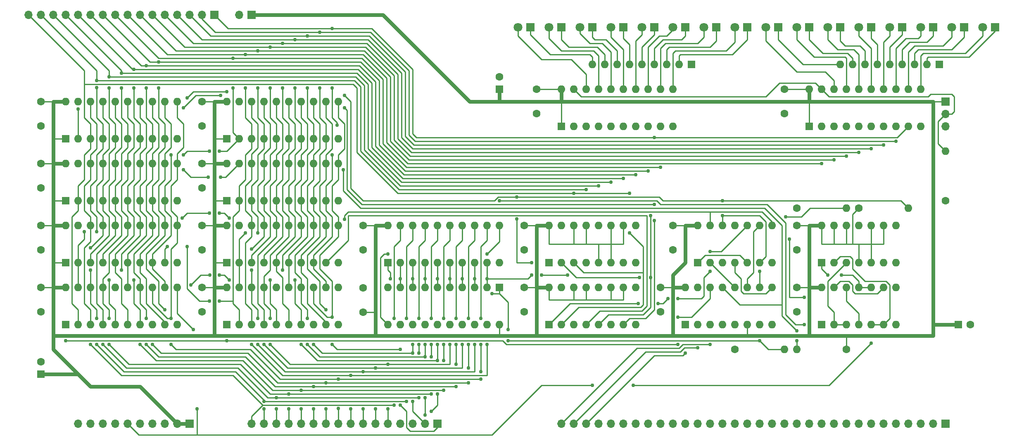
<source format=gtl>
G04 #@! TF.GenerationSoftware,KiCad,Pcbnew,(7.0.0)*
G04 #@! TF.CreationDate,2024-11-17T17:21:31-08:00*
G04 #@! TF.ProjectId,shift_rot,73686966-745f-4726-9f74-2e6b69636164,rev?*
G04 #@! TF.SameCoordinates,Original*
G04 #@! TF.FileFunction,Copper,L1,Top*
G04 #@! TF.FilePolarity,Positive*
%FSLAX46Y46*%
G04 Gerber Fmt 4.6, Leading zero omitted, Abs format (unit mm)*
G04 Created by KiCad (PCBNEW (7.0.0)) date 2024-11-17 17:21:31*
%MOMM*%
%LPD*%
G01*
G04 APERTURE LIST*
G04 #@! TA.AperFunction,ComponentPad*
%ADD10R,1.600000X1.600000*%
G04 #@! TD*
G04 #@! TA.AperFunction,ComponentPad*
%ADD11O,1.600000X1.600000*%
G04 #@! TD*
G04 #@! TA.AperFunction,ComponentPad*
%ADD12C,1.600000*%
G04 #@! TD*
G04 #@! TA.AperFunction,ComponentPad*
%ADD13R,1.800000X1.800000*%
G04 #@! TD*
G04 #@! TA.AperFunction,ComponentPad*
%ADD14C,1.800000*%
G04 #@! TD*
G04 #@! TA.AperFunction,ComponentPad*
%ADD15R,1.700000X1.700000*%
G04 #@! TD*
G04 #@! TA.AperFunction,ComponentPad*
%ADD16O,1.700000X1.700000*%
G04 #@! TD*
G04 #@! TA.AperFunction,ViaPad*
%ADD17C,0.762000*%
G04 #@! TD*
G04 #@! TA.AperFunction,Conductor*
%ADD18C,0.762000*%
G04 #@! TD*
G04 #@! TA.AperFunction,Conductor*
%ADD19C,0.254000*%
G04 #@! TD*
G04 APERTURE END LIST*
D10*
X149859999Y-116839999D03*
D11*
X147319999Y-116839999D03*
X144779999Y-116839999D03*
X142239999Y-116839999D03*
X139699999Y-116839999D03*
X137159999Y-116839999D03*
X134619999Y-116839999D03*
X132079999Y-116839999D03*
X129539999Y-116839999D03*
X126999999Y-116839999D03*
X126999999Y-124459999D03*
X129539999Y-124459999D03*
X132079999Y-124459999D03*
X134619999Y-124459999D03*
X137159999Y-124459999D03*
X139699999Y-124459999D03*
X142239999Y-124459999D03*
X144779999Y-124459999D03*
X147319999Y-124459999D03*
X149859999Y-124459999D03*
D12*
X55880000Y-109140000D03*
X55880000Y-104140000D03*
D13*
X175259999Y-63499999D03*
D14*
X172720000Y-63500000D03*
D13*
X219709999Y-63499999D03*
D14*
X217170000Y-63500000D03*
D12*
X157480000Y-81200000D03*
X157480000Y-76200000D03*
D13*
X245109999Y-63499999D03*
D14*
X242570000Y-63500000D03*
D12*
X55880000Y-121840000D03*
X55880000Y-116840000D03*
D15*
X241299999Y-144779999D03*
D16*
X238759999Y-144779999D03*
X236219999Y-144779999D03*
X233679999Y-144779999D03*
X231139999Y-144779999D03*
X228599999Y-144779999D03*
X226059999Y-144779999D03*
X223519999Y-144779999D03*
X220979999Y-144779999D03*
X218439999Y-144779999D03*
X215899999Y-144779999D03*
X213359999Y-144779999D03*
X210819999Y-144779999D03*
X208279999Y-144779999D03*
X205739999Y-144779999D03*
X203199999Y-144779999D03*
X200659999Y-144779999D03*
X198119999Y-144779999D03*
X195579999Y-144779999D03*
X193039999Y-144779999D03*
X190499999Y-144779999D03*
X187959999Y-144779999D03*
X185419999Y-144779999D03*
X182879999Y-144779999D03*
X180339999Y-144779999D03*
X177799999Y-144779999D03*
X175259999Y-144779999D03*
X172719999Y-144779999D03*
X170179999Y-144779999D03*
X167639999Y-144779999D03*
X165099999Y-144779999D03*
X162559999Y-144779999D03*
D10*
X126999999Y-111759999D03*
D11*
X129539999Y-111759999D03*
X132079999Y-111759999D03*
X134619999Y-111759999D03*
X137159999Y-111759999D03*
X139699999Y-111759999D03*
X142239999Y-111759999D03*
X144779999Y-111759999D03*
X147319999Y-111759999D03*
X149859999Y-111759999D03*
X149859999Y-104139999D03*
X147319999Y-104139999D03*
X144779999Y-104139999D03*
X142239999Y-104139999D03*
X139699999Y-104139999D03*
X137159999Y-104139999D03*
X134619999Y-104139999D03*
X132079999Y-104139999D03*
X129539999Y-104139999D03*
X126999999Y-104139999D03*
D10*
X93979999Y-124459999D03*
D11*
X96519999Y-124459999D03*
X99059999Y-124459999D03*
X101599999Y-124459999D03*
X104139999Y-124459999D03*
X106679999Y-124459999D03*
X109219999Y-124459999D03*
X111759999Y-124459999D03*
X114299999Y-124459999D03*
X116839999Y-124459999D03*
X116839999Y-116839999D03*
X114299999Y-116839999D03*
X111759999Y-116839999D03*
X109219999Y-116839999D03*
X106679999Y-116839999D03*
X104139999Y-116839999D03*
X101599999Y-116839999D03*
X99059999Y-116839999D03*
X96519999Y-116839999D03*
X93979999Y-116839999D03*
D12*
X121920000Y-116920000D03*
X121920000Y-121920000D03*
D13*
X168909999Y-63499999D03*
D14*
X166370000Y-63500000D03*
D12*
X121920000Y-109140000D03*
X121920000Y-104140000D03*
X154940000Y-109140000D03*
X154940000Y-104140000D03*
X55880000Y-83740000D03*
X55880000Y-78740000D03*
X88900000Y-83740000D03*
X88900000Y-78740000D03*
D13*
X213359999Y-63499999D03*
D14*
X210820000Y-63500000D03*
D12*
X154940000Y-121840000D03*
X154940000Y-116840000D03*
D13*
X238759999Y-63499999D03*
D14*
X236220000Y-63500000D03*
D10*
X55879999Y-134619999D03*
D12*
X55880000Y-132120000D03*
X210820000Y-121840000D03*
X210820000Y-116840000D03*
D15*
X99059999Y-60959999D03*
D16*
X96519999Y-60959999D03*
D12*
X55880000Y-96440000D03*
X55880000Y-91440000D03*
D10*
X160019999Y-124459999D03*
D11*
X162559999Y-124459999D03*
X165099999Y-124459999D03*
X167639999Y-124459999D03*
X170179999Y-124459999D03*
X172719999Y-124459999D03*
X175259999Y-124459999D03*
X177799999Y-124459999D03*
X177799999Y-116839999D03*
X175259999Y-116839999D03*
X172719999Y-116839999D03*
X170179999Y-116839999D03*
X167639999Y-116839999D03*
X165099999Y-116839999D03*
X162559999Y-116839999D03*
X160019999Y-116839999D03*
D10*
X93979999Y-111759999D03*
D11*
X96519999Y-111759999D03*
X99059999Y-111759999D03*
X101599999Y-111759999D03*
X104139999Y-111759999D03*
X106679999Y-111759999D03*
X109219999Y-111759999D03*
X111759999Y-111759999D03*
X114299999Y-111759999D03*
X116839999Y-111759999D03*
X116839999Y-104139999D03*
X114299999Y-104139999D03*
X111759999Y-104139999D03*
X109219999Y-104139999D03*
X106679999Y-104139999D03*
X104139999Y-104139999D03*
X101599999Y-104139999D03*
X99059999Y-104139999D03*
X96519999Y-104139999D03*
X93979999Y-104139999D03*
D10*
X215899999Y-111759999D03*
D11*
X218439999Y-111759999D03*
X220979999Y-111759999D03*
X223519999Y-111759999D03*
X226059999Y-111759999D03*
X228599999Y-111759999D03*
X231139999Y-111759999D03*
X231139999Y-104139999D03*
X228599999Y-104139999D03*
X226059999Y-104139999D03*
X223519999Y-104139999D03*
X220979999Y-104139999D03*
X218439999Y-104139999D03*
X215899999Y-104139999D03*
D13*
X194309999Y-63499999D03*
D14*
X191770000Y-63500000D03*
D12*
X198120000Y-129540000D03*
D11*
X208279999Y-129539999D03*
D13*
X226059999Y-63499999D03*
D14*
X223520000Y-63500000D03*
D13*
X207009999Y-63499999D03*
D14*
X204470000Y-63500000D03*
D15*
X241299999Y-78739999D03*
D16*
X241299999Y-81279999D03*
X241299999Y-83819999D03*
D13*
X162559999Y-63499999D03*
D14*
X160020000Y-63500000D03*
D12*
X88900000Y-109140000D03*
X88900000Y-104140000D03*
X208280000Y-81200000D03*
X208280000Y-76200000D03*
D10*
X213359999Y-83819999D03*
D11*
X215899999Y-83819999D03*
X218439999Y-83819999D03*
X220979999Y-83819999D03*
X223519999Y-83819999D03*
X226059999Y-83819999D03*
X228599999Y-83819999D03*
X231139999Y-83819999D03*
X233679999Y-83819999D03*
X236219999Y-83819999D03*
X236219999Y-76199999D03*
X233679999Y-76199999D03*
X231139999Y-76199999D03*
X228599999Y-76199999D03*
X226059999Y-76199999D03*
X223519999Y-76199999D03*
X220979999Y-76199999D03*
X218439999Y-76199999D03*
X215899999Y-76199999D03*
X213359999Y-76199999D03*
D13*
X232409999Y-63499999D03*
D14*
X229870000Y-63500000D03*
D10*
X243879999Y-124459999D03*
D12*
X246380000Y-124460000D03*
X210820000Y-109140000D03*
X210820000Y-104140000D03*
X182880000Y-121840000D03*
X182880000Y-116840000D03*
D13*
X251459999Y-63499999D03*
D14*
X248920000Y-63500000D03*
D10*
X160019999Y-111759999D03*
D11*
X162559999Y-111759999D03*
X165099999Y-111759999D03*
X167639999Y-111759999D03*
X170179999Y-111759999D03*
X172719999Y-111759999D03*
X175259999Y-111759999D03*
X177799999Y-111759999D03*
X177799999Y-104139999D03*
X175259999Y-104139999D03*
X172719999Y-104139999D03*
X170179999Y-104139999D03*
X167639999Y-104139999D03*
X165099999Y-104139999D03*
X162559999Y-104139999D03*
X160019999Y-104139999D03*
D10*
X190499999Y-111759999D03*
D11*
X193039999Y-111759999D03*
X195579999Y-111759999D03*
X198119999Y-111759999D03*
X200659999Y-111759999D03*
X203199999Y-111759999D03*
X205739999Y-111759999D03*
X205739999Y-104139999D03*
X203199999Y-104139999D03*
X200659999Y-104139999D03*
X198119999Y-104139999D03*
X195579999Y-104139999D03*
X193039999Y-104139999D03*
X190499999Y-104139999D03*
D15*
X91439999Y-60959999D03*
D16*
X88899999Y-60959999D03*
X86359999Y-60959999D03*
X83819999Y-60959999D03*
X81279999Y-60959999D03*
X78739999Y-60959999D03*
X76199999Y-60959999D03*
X73659999Y-60959999D03*
X71119999Y-60959999D03*
X68579999Y-60959999D03*
X66039999Y-60959999D03*
X63499999Y-60959999D03*
X60959999Y-60959999D03*
X58419999Y-60959999D03*
X55879999Y-60959999D03*
X53339999Y-60959999D03*
D10*
X162559999Y-83819999D03*
D11*
X165099999Y-83819999D03*
X167639999Y-83819999D03*
X170179999Y-83819999D03*
X172719999Y-83819999D03*
X175259999Y-83819999D03*
X177799999Y-83819999D03*
X180339999Y-83819999D03*
X182879999Y-83819999D03*
X185419999Y-83819999D03*
X185419999Y-76199999D03*
X182879999Y-76199999D03*
X180339999Y-76199999D03*
X177799999Y-76199999D03*
X175259999Y-76199999D03*
X172719999Y-76199999D03*
X170179999Y-76199999D03*
X167639999Y-76199999D03*
X165099999Y-76199999D03*
X162559999Y-76199999D03*
D10*
X60959999Y-99059999D03*
D11*
X63499999Y-99059999D03*
X66039999Y-99059999D03*
X68579999Y-99059999D03*
X71119999Y-99059999D03*
X73659999Y-99059999D03*
X76199999Y-99059999D03*
X78739999Y-99059999D03*
X81279999Y-99059999D03*
X83819999Y-99059999D03*
X83819999Y-91439999D03*
X81279999Y-91439999D03*
X78739999Y-91439999D03*
X76199999Y-91439999D03*
X73659999Y-91439999D03*
X71119999Y-91439999D03*
X68579999Y-91439999D03*
X66039999Y-91439999D03*
X63499999Y-91439999D03*
X60959999Y-91439999D03*
D10*
X240029999Y-71119999D03*
D11*
X237489999Y-71119999D03*
X234949999Y-71119999D03*
X232409999Y-71119999D03*
X229869999Y-71119999D03*
X227329999Y-71119999D03*
X224789999Y-71119999D03*
X222249999Y-71119999D03*
X219709999Y-71119999D03*
D10*
X149859999Y-76199999D03*
D12*
X149860000Y-73700000D03*
D13*
X200659999Y-63499999D03*
D14*
X198120000Y-63500000D03*
D12*
X241300000Y-99060000D03*
D11*
X241299999Y-88899999D03*
D10*
X60959999Y-124459999D03*
D11*
X63499999Y-124459999D03*
X66039999Y-124459999D03*
X68579999Y-124459999D03*
X71119999Y-124459999D03*
X73659999Y-124459999D03*
X76199999Y-124459999D03*
X78739999Y-124459999D03*
X81279999Y-124459999D03*
X83819999Y-124459999D03*
X83819999Y-116839999D03*
X81279999Y-116839999D03*
X78739999Y-116839999D03*
X76199999Y-116839999D03*
X73659999Y-116839999D03*
X71119999Y-116839999D03*
X68579999Y-116839999D03*
X66039999Y-116839999D03*
X63499999Y-116839999D03*
X60959999Y-116839999D03*
D12*
X88900000Y-96440000D03*
X88900000Y-91440000D03*
D10*
X93979999Y-99059999D03*
D11*
X96519999Y-99059999D03*
X99059999Y-99059999D03*
X101599999Y-99059999D03*
X104139999Y-99059999D03*
X106679999Y-99059999D03*
X109219999Y-99059999D03*
X111759999Y-99059999D03*
X114299999Y-99059999D03*
X116839999Y-99059999D03*
X116839999Y-91439999D03*
X114299999Y-91439999D03*
X111759999Y-91439999D03*
X109219999Y-91439999D03*
X106679999Y-91439999D03*
X104139999Y-91439999D03*
X101599999Y-91439999D03*
X99059999Y-91439999D03*
X96519999Y-91439999D03*
X93979999Y-91439999D03*
D10*
X189229999Y-71119999D03*
D11*
X186689999Y-71119999D03*
X184149999Y-71119999D03*
X181609999Y-71119999D03*
X179069999Y-71119999D03*
X176529999Y-71119999D03*
X173989999Y-71119999D03*
X171449999Y-71119999D03*
X168909999Y-71119999D03*
D15*
X137159999Y-144779999D03*
D16*
X134619999Y-144779999D03*
X132079999Y-144779999D03*
X129539999Y-144779999D03*
X126999999Y-144779999D03*
X124459999Y-144779999D03*
X121919999Y-144779999D03*
X119379999Y-144779999D03*
X116839999Y-144779999D03*
X114299999Y-144779999D03*
X111759999Y-144779999D03*
X109219999Y-144779999D03*
X106679999Y-144779999D03*
X104139999Y-144779999D03*
X101599999Y-144779999D03*
X99059999Y-144779999D03*
D12*
X185420000Y-109140000D03*
X185420000Y-104140000D03*
D13*
X187959999Y-63499999D03*
D14*
X185420000Y-63500000D03*
D12*
X220980000Y-129540000D03*
D11*
X210819999Y-129539999D03*
D10*
X215899999Y-124459999D03*
D11*
X218439999Y-124459999D03*
X220979999Y-124459999D03*
X223519999Y-124459999D03*
X226059999Y-124459999D03*
X228599999Y-124459999D03*
X231139999Y-124459999D03*
X231139999Y-116839999D03*
X228599999Y-116839999D03*
X226059999Y-116839999D03*
X223519999Y-116839999D03*
X220979999Y-116839999D03*
X218439999Y-116839999D03*
X215899999Y-116839999D03*
D10*
X187959999Y-124459999D03*
D11*
X190499999Y-124459999D03*
X193039999Y-124459999D03*
X195579999Y-124459999D03*
X198119999Y-124459999D03*
X200659999Y-124459999D03*
X203199999Y-124459999D03*
X205739999Y-124459999D03*
X205739999Y-116839999D03*
X203199999Y-116839999D03*
X200659999Y-116839999D03*
X198119999Y-116839999D03*
X195579999Y-116839999D03*
X193039999Y-116839999D03*
X190499999Y-116839999D03*
X187959999Y-116839999D03*
D13*
X156209999Y-63499999D03*
D14*
X153670000Y-63500000D03*
D10*
X60959999Y-111759999D03*
D11*
X63499999Y-111759999D03*
X66039999Y-111759999D03*
X68579999Y-111759999D03*
X71119999Y-111759999D03*
X73659999Y-111759999D03*
X76199999Y-111759999D03*
X78739999Y-111759999D03*
X81279999Y-111759999D03*
X83819999Y-111759999D03*
X83819999Y-104139999D03*
X81279999Y-104139999D03*
X78739999Y-104139999D03*
X76199999Y-104139999D03*
X73659999Y-104139999D03*
X71119999Y-104139999D03*
X68579999Y-104139999D03*
X66039999Y-104139999D03*
X63499999Y-104139999D03*
X60959999Y-104139999D03*
D15*
X86359999Y-144779999D03*
D16*
X83819999Y-144779999D03*
X81279999Y-144779999D03*
X78739999Y-144779999D03*
X76199999Y-144779999D03*
X73659999Y-144779999D03*
X71119999Y-144779999D03*
X68579999Y-144779999D03*
X66039999Y-144779999D03*
X63499999Y-144779999D03*
D13*
X181609999Y-63499999D03*
D14*
X179070000Y-63500000D03*
D10*
X60959999Y-86359999D03*
D11*
X63499999Y-86359999D03*
X66039999Y-86359999D03*
X68579999Y-86359999D03*
X71119999Y-86359999D03*
X73659999Y-86359999D03*
X76199999Y-86359999D03*
X78739999Y-86359999D03*
X81279999Y-86359999D03*
X83819999Y-86359999D03*
X83819999Y-78739999D03*
X81279999Y-78739999D03*
X78739999Y-78739999D03*
X76199999Y-78739999D03*
X73659999Y-78739999D03*
X71119999Y-78739999D03*
X68579999Y-78739999D03*
X66039999Y-78739999D03*
X63499999Y-78739999D03*
X60959999Y-78739999D03*
D12*
X88900000Y-121840000D03*
X88900000Y-116840000D03*
D10*
X93979999Y-86359999D03*
D11*
X96519999Y-86359999D03*
X99059999Y-86359999D03*
X101599999Y-86359999D03*
X104139999Y-86359999D03*
X106679999Y-86359999D03*
X109219999Y-86359999D03*
X111759999Y-86359999D03*
X114299999Y-86359999D03*
X116839999Y-86359999D03*
X116839999Y-78739999D03*
X114299999Y-78739999D03*
X111759999Y-78739999D03*
X109219999Y-78739999D03*
X106679999Y-78739999D03*
X104139999Y-78739999D03*
X101599999Y-78739999D03*
X99059999Y-78739999D03*
X96519999Y-78739999D03*
X93979999Y-78739999D03*
D12*
X223520000Y-100584000D03*
D11*
X233679999Y-100583999D03*
D12*
X210820000Y-100584000D03*
D11*
X220979999Y-100583999D03*
D17*
X198120000Y-126746000D03*
X94488000Y-102616000D03*
X208534000Y-102362000D03*
X90424000Y-101600000D03*
X84836000Y-102616000D03*
X92456000Y-101600000D03*
X118110000Y-102870000D03*
X85090000Y-80010000D03*
X181610000Y-103124000D03*
X181610000Y-99822000D03*
X92710000Y-77470000D03*
X118110000Y-80010000D03*
X63500000Y-80264000D03*
X118110000Y-77470000D03*
X195580000Y-99060000D03*
X85852000Y-77978000D03*
X153416000Y-102793300D03*
X153416000Y-98298000D03*
X156464000Y-111760000D03*
X93980000Y-76708000D03*
X195580000Y-102108000D03*
X203200000Y-113538000D03*
X193040000Y-109474000D03*
X186436000Y-119126000D03*
X178308000Y-120142000D03*
X182372000Y-120142000D03*
X193040000Y-113538000D03*
X184404000Y-119126000D03*
X127508000Y-115062000D03*
X148336000Y-118110000D03*
X151638000Y-127762000D03*
X203200000Y-127762000D03*
X151638000Y-125476000D03*
X90170000Y-94234000D03*
X117856000Y-92710000D03*
X210820000Y-125730000D03*
X85090000Y-92710000D03*
X92710000Y-94234000D03*
X210820000Y-127762000D03*
X186436000Y-128524000D03*
X93980000Y-127762000D03*
X186436000Y-122936000D03*
X60960000Y-127762000D03*
X187960000Y-130302000D03*
X212344000Y-118872000D03*
X209296000Y-106934000D03*
X190500000Y-129209300D03*
X193040000Y-128524000D03*
X212344000Y-124460000D03*
X147320000Y-109982000D03*
X127000000Y-109982000D03*
X149860000Y-99060000D03*
X163830000Y-114300000D03*
X156464000Y-114300000D03*
X142240000Y-115062000D03*
X147320000Y-115062000D03*
X144780000Y-115062000D03*
X129540000Y-115062000D03*
X137160000Y-115062000D03*
X158496000Y-114300000D03*
X134620000Y-115062000D03*
X132080000Y-115062000D03*
X139700000Y-115062000D03*
X226060000Y-128270000D03*
X86614000Y-116332000D03*
X87884000Y-141732000D03*
X90500700Y-114300000D03*
X177292000Y-136906000D03*
X94488000Y-115316000D03*
X92456000Y-114300000D03*
X168910000Y-136906000D03*
X87122000Y-125476000D03*
X217170000Y-114300000D03*
X219964000Y-114300000D03*
X128270000Y-123190000D03*
X128270000Y-140970000D03*
X66040000Y-128524000D03*
X101600000Y-140208000D03*
X101600000Y-141732000D03*
X66040000Y-113284000D03*
X66040000Y-108712000D03*
X130810000Y-123190000D03*
X67310000Y-123190000D03*
X130810000Y-140208000D03*
X67310000Y-128524000D03*
X104140000Y-139446000D03*
X133350000Y-139446000D03*
X68580000Y-128524000D03*
X133350000Y-128524000D03*
X104140000Y-141732000D03*
X133350000Y-130302000D03*
X133350000Y-123190000D03*
X69850000Y-123190000D03*
X135890000Y-138684000D03*
X106680000Y-141732000D03*
X135890000Y-128524000D03*
X135890000Y-123190000D03*
X135890000Y-131064000D03*
X106680000Y-138684000D03*
X69850000Y-128524000D03*
X76200000Y-128524000D03*
X109220000Y-137922000D03*
X74930000Y-115316000D03*
X138430000Y-128524000D03*
X72390000Y-113284000D03*
X109220000Y-141732000D03*
X138430000Y-131826000D03*
X138430000Y-137922000D03*
X138430000Y-123190000D03*
X111760000Y-137160000D03*
X140970000Y-137160000D03*
X111760000Y-141732000D03*
X140970000Y-128524000D03*
X77470000Y-128524000D03*
X140970000Y-132588000D03*
X77470000Y-123190000D03*
X140970000Y-123190000D03*
X78740000Y-128524000D03*
X143510000Y-136398000D03*
X81280000Y-121412000D03*
X114300000Y-136398000D03*
X114300000Y-141732000D03*
X143510000Y-123190000D03*
X143510000Y-133350000D03*
X143510000Y-128524000D03*
X146050000Y-123190000D03*
X146050000Y-135636000D03*
X82550000Y-128524000D03*
X146050000Y-128524000D03*
X146050000Y-134112000D03*
X116840000Y-141655300D03*
X82550000Y-123190000D03*
X116840000Y-135636000D03*
X99060000Y-128524000D03*
X119380000Y-134874000D03*
X147320000Y-128524000D03*
X119380000Y-141732000D03*
X100330000Y-123190000D03*
X121920000Y-134112000D03*
X99060000Y-113284000D03*
X144780000Y-128524000D03*
X99060000Y-108966000D03*
X121920000Y-141732000D03*
X100330000Y-128524000D03*
X124460000Y-133350000D03*
X124460000Y-141732000D03*
X101600000Y-128524000D03*
X142240000Y-128524000D03*
X102870000Y-123190000D03*
X102870000Y-128524000D03*
X127000000Y-141732000D03*
X127000000Y-132588000D03*
X139700000Y-128524000D03*
X105410000Y-113284000D03*
X109220000Y-128524000D03*
X137160000Y-138684000D03*
X135890000Y-142240000D03*
X137160000Y-131826000D03*
X137160000Y-128524000D03*
X107950000Y-115316000D03*
X134620000Y-128524000D03*
X110490000Y-128524000D03*
X110490000Y-123190000D03*
X134620000Y-139446000D03*
X134620000Y-131064000D03*
X134620000Y-143002000D03*
X111760000Y-128524000D03*
X132080000Y-140208000D03*
X132080000Y-128524000D03*
X114300000Y-121412000D03*
X132080000Y-130302000D03*
X129540000Y-129540000D03*
X115570000Y-122936000D03*
X129540000Y-140970000D03*
X115570000Y-128524000D03*
X215900000Y-91440000D03*
X97790000Y-75946000D03*
X85852000Y-108458000D03*
X92456000Y-119634000D03*
X81788000Y-108458000D03*
X97790000Y-69088000D03*
X90424000Y-119634000D03*
X100330000Y-68326000D03*
X100330000Y-105664000D03*
X100330000Y-75946000D03*
X218440000Y-90678000D03*
X97790000Y-105664000D03*
X102870000Y-115316000D03*
X220980000Y-89916000D03*
X102870000Y-67564000D03*
X102870000Y-75946000D03*
X105410000Y-75946000D03*
X105410000Y-66802000D03*
X223520000Y-89154000D03*
X226060000Y-88392000D03*
X107950000Y-75946000D03*
X107950000Y-66040000D03*
X228600000Y-87630000D03*
X110490000Y-75946000D03*
X110490000Y-65278000D03*
X113030000Y-75946000D03*
X113030000Y-64516000D03*
X231140000Y-86868000D03*
X116586000Y-83566000D03*
X181610000Y-86106000D03*
X180848000Y-102108000D03*
X178562000Y-114808000D03*
X115570000Y-75946000D03*
X180848000Y-114808000D03*
X115570000Y-89662000D03*
X115570000Y-63754000D03*
X165100000Y-97536000D03*
X176530000Y-97536000D03*
X176530000Y-105664000D03*
X167640000Y-96774000D03*
X64770000Y-105410000D03*
X67310000Y-74422000D03*
X67310000Y-105410000D03*
X67310000Y-75869300D03*
X69850000Y-73660000D03*
X170180000Y-96012000D03*
X69850000Y-115316000D03*
X69850000Y-75946000D03*
X72390000Y-72898000D03*
X72390000Y-75946000D03*
X172720000Y-95250000D03*
X74930000Y-72136000D03*
X74930000Y-75946000D03*
X175260000Y-94488000D03*
X77470000Y-71374000D03*
X177800000Y-93726000D03*
X77470000Y-75946000D03*
X180340000Y-92964000D03*
X80010000Y-70612000D03*
X80010000Y-75946000D03*
X85090000Y-89662000D03*
X90424000Y-88900000D03*
X182880000Y-92202000D03*
X95250000Y-69850000D03*
X95250000Y-75946000D03*
X82550000Y-89662000D03*
X92456000Y-88900000D03*
D18*
X91440000Y-116840000D02*
X93980000Y-116840000D01*
D19*
X93980000Y-86360000D02*
X91440000Y-86360000D01*
X228600000Y-107950000D02*
X226060000Y-107950000D01*
D18*
X66040000Y-137160000D02*
X63246000Y-134366000D01*
X58420000Y-111760000D02*
X58420000Y-116840000D01*
D19*
X93980000Y-111760000D02*
X91440000Y-111760000D01*
X160020000Y-119380000D02*
X160020000Y-116840000D01*
D18*
X91440000Y-78740000D02*
X93980000Y-78740000D01*
D19*
X167640000Y-104140000D02*
X167640000Y-107950000D01*
D18*
X157480000Y-116840000D02*
X157480000Y-104140000D01*
D19*
X222250000Y-107950000D02*
X220980000Y-107950000D01*
X210820000Y-104140000D02*
X213360000Y-104140000D01*
X226060000Y-104140000D02*
X226060000Y-107950000D01*
D18*
X238760000Y-124460000D02*
X243880000Y-124460000D01*
D19*
X121920000Y-121920000D02*
X124460000Y-121920000D01*
X175260000Y-107950000D02*
X160020000Y-107950000D01*
D18*
X124460000Y-126746000D02*
X124460000Y-121920000D01*
X238760000Y-78740000D02*
X213360000Y-78740000D01*
D19*
X223520000Y-100584000D02*
X222250000Y-101854000D01*
X55880000Y-78740000D02*
X58420000Y-78740000D01*
D18*
X220980000Y-126746000D02*
X238760000Y-126746000D01*
X213360000Y-116840000D02*
X213360000Y-107950000D01*
X58420000Y-91440000D02*
X58420000Y-99314000D01*
X58420000Y-116840000D02*
X60960000Y-116840000D01*
D19*
X165100000Y-116840000D02*
X165100000Y-119380000D01*
X175260000Y-119380000D02*
X167640000Y-119380000D01*
D18*
X157480000Y-104140000D02*
X160020000Y-104140000D01*
X58420000Y-104140000D02*
X58420000Y-111760000D01*
X185420000Y-116840000D02*
X185420000Y-114300000D01*
X213360000Y-126746000D02*
X213360000Y-116840000D01*
X91440000Y-126746000D02*
X91440000Y-116840000D01*
X63500000Y-134620000D02*
X55880000Y-134620000D01*
X238760000Y-99060000D02*
X238760000Y-78740000D01*
D19*
X172720000Y-116840000D02*
X172720000Y-119380000D01*
X149860000Y-124460000D02*
X149860000Y-126746000D01*
D18*
X238760000Y-126746000D02*
X238760000Y-124460000D01*
D19*
X60960000Y-86360000D02*
X58674000Y-86360000D01*
X228600000Y-104140000D02*
X228600000Y-107950000D01*
X241300000Y-78740000D02*
X238760000Y-78740000D01*
D18*
X91440000Y-104140000D02*
X91440000Y-99060000D01*
D19*
X162560000Y-83820000D02*
X162560000Y-78740000D01*
X88900000Y-91440000D02*
X91440000Y-91440000D01*
D18*
X125984000Y-60960000D02*
X99060000Y-60960000D01*
D19*
X165100000Y-104140000D02*
X165100000Y-107950000D01*
D18*
X58420000Y-78740000D02*
X58420000Y-86614000D01*
X143764000Y-78740000D02*
X125984000Y-60960000D01*
D19*
X167640000Y-116840000D02*
X167640000Y-119380000D01*
D18*
X91440000Y-111760000D02*
X91440000Y-104140000D01*
D19*
X208280000Y-76200000D02*
X213360000Y-76200000D01*
D18*
X124460000Y-104140000D02*
X127000000Y-104140000D01*
X157480000Y-126746000D02*
X185420000Y-126746000D01*
X124460000Y-116840000D02*
X124460000Y-104140000D01*
D19*
X154940000Y-104140000D02*
X157480000Y-104140000D01*
X58674000Y-86360000D02*
X58420000Y-86614000D01*
X218440000Y-104140000D02*
X218440000Y-107950000D01*
D18*
X124460000Y-126746000D02*
X149860000Y-126746000D01*
D19*
X220980000Y-104140000D02*
X220980000Y-107950000D01*
D18*
X200660000Y-126746000D02*
X213360000Y-126746000D01*
D19*
X157480000Y-76200000D02*
X162560000Y-76200000D01*
D18*
X185420000Y-126746000D02*
X198120000Y-126746000D01*
D19*
X220980000Y-107950000D02*
X218440000Y-107950000D01*
X167640000Y-119380000D02*
X165100000Y-119380000D01*
D18*
X91440000Y-104140000D02*
X93980000Y-104140000D01*
X58420000Y-86614000D02*
X58420000Y-91440000D01*
X91440000Y-86360000D02*
X91440000Y-78740000D01*
X157480000Y-126746000D02*
X157480000Y-116840000D01*
X162560000Y-78740000D02*
X149860000Y-78740000D01*
X76200000Y-137160000D02*
X66040000Y-137160000D01*
X83820000Y-144780000D02*
X76200000Y-137160000D01*
X91440000Y-116840000D02*
X91440000Y-111760000D01*
X213360000Y-116840000D02*
X215900000Y-116840000D01*
D19*
X165100000Y-119380000D02*
X160020000Y-119380000D01*
D18*
X58420000Y-129540000D02*
X58420000Y-126746000D01*
X91440000Y-99060000D02*
X91440000Y-91440000D01*
D19*
X55880000Y-116840000D02*
X58420000Y-116840000D01*
D18*
X58420000Y-91440000D02*
X60960000Y-91440000D01*
D19*
X226060000Y-111760000D02*
X226060000Y-107950000D01*
X154940000Y-116840000D02*
X157480000Y-116840000D01*
D18*
X86360000Y-144780000D02*
X83820000Y-144780000D01*
X149860000Y-78740000D02*
X143764000Y-78740000D01*
X91440000Y-91440000D02*
X93980000Y-91440000D01*
X58420000Y-116840000D02*
X58420000Y-126746000D01*
X187960000Y-104140000D02*
X190500000Y-104140000D01*
D19*
X160020000Y-107950000D02*
X160020000Y-104140000D01*
D18*
X86360000Y-126746000D02*
X91440000Y-126746000D01*
D19*
X121920000Y-104140000D02*
X124460000Y-104140000D01*
D18*
X58420000Y-78740000D02*
X60960000Y-78740000D01*
D19*
X226060000Y-107950000D02*
X223520000Y-107950000D01*
D18*
X213360000Y-126746000D02*
X220980000Y-126746000D01*
D19*
X88900000Y-116840000D02*
X91440000Y-116840000D01*
D18*
X58420000Y-99314000D02*
X58420000Y-104140000D01*
D19*
X88900000Y-78740000D02*
X91440000Y-78740000D01*
X220980000Y-129540000D02*
X220980000Y-126746000D01*
D18*
X124460000Y-121920000D02*
X124460000Y-116840000D01*
X58420000Y-104140000D02*
X60960000Y-104140000D01*
D19*
X210820000Y-116840000D02*
X213360000Y-116840000D01*
D18*
X91440000Y-91440000D02*
X91440000Y-86360000D01*
X149860000Y-78740000D02*
X149860000Y-76200000D01*
X185420000Y-116840000D02*
X187960000Y-116840000D01*
X157480000Y-116840000D02*
X160020000Y-116840000D01*
X238760000Y-124460000D02*
X238760000Y-99060000D01*
X213360000Y-78740000D02*
X213360000Y-76200000D01*
D19*
X172720000Y-104140000D02*
X172720000Y-107696000D01*
D18*
X149860000Y-126746000D02*
X157480000Y-126746000D01*
X58420000Y-126746000D02*
X86360000Y-126746000D01*
X185420000Y-114300000D02*
X187960000Y-111760000D01*
X91440000Y-126746000D02*
X124460000Y-126746000D01*
D19*
X55880000Y-104140000D02*
X58420000Y-104140000D01*
X223520000Y-111760000D02*
X223520000Y-107950000D01*
X60960000Y-99060000D02*
X58674000Y-99060000D01*
D18*
X63246000Y-134366000D02*
X58420000Y-129540000D01*
D19*
X175260000Y-104140000D02*
X175260000Y-107950000D01*
D18*
X213360000Y-104140000D02*
X215900000Y-104140000D01*
D19*
X222250000Y-101854000D02*
X222250000Y-107950000D01*
X172720000Y-111760000D02*
X172720000Y-107696000D01*
X215900000Y-107950000D02*
X215900000Y-104140000D01*
X55880000Y-91440000D02*
X58420000Y-91440000D01*
X213360000Y-83820000D02*
X213360000Y-78740000D01*
X185420000Y-104140000D02*
X187960000Y-104140000D01*
D18*
X198120000Y-126746000D02*
X200660000Y-126746000D01*
D19*
X200660000Y-124460000D02*
X200660000Y-126746000D01*
X182880000Y-116840000D02*
X185420000Y-116840000D01*
D18*
X213360000Y-78740000D02*
X162560000Y-78740000D01*
D19*
X170180000Y-111760000D02*
X170180000Y-107950000D01*
X93980000Y-99060000D02*
X91440000Y-99060000D01*
X223520000Y-107950000D02*
X222250000Y-107950000D01*
X218440000Y-107950000D02*
X215900000Y-107950000D01*
X88900000Y-104140000D02*
X91440000Y-104140000D01*
D18*
X162560000Y-78740000D02*
X162560000Y-76200000D01*
X213360000Y-107950000D02*
X213360000Y-104140000D01*
D19*
X60960000Y-111760000D02*
X58420000Y-111760000D01*
D18*
X185420000Y-126746000D02*
X185420000Y-116840000D01*
X187960000Y-111760000D02*
X187960000Y-104140000D01*
D19*
X58674000Y-99060000D02*
X58420000Y-99314000D01*
X175260000Y-116840000D02*
X175260000Y-119380000D01*
X237490000Y-69850000D02*
X237490000Y-71120000D01*
X251460000Y-64262000D02*
X246126000Y-69596000D01*
X246126000Y-69596000D02*
X237744000Y-69596000D01*
X251460000Y-63500000D02*
X251460000Y-64262000D01*
X237744000Y-69596000D02*
X237490000Y-69850000D01*
X236220000Y-69342000D02*
X236728000Y-68834000D01*
X245364000Y-68834000D02*
X248920000Y-65278000D01*
X236728000Y-68834000D02*
X245364000Y-68834000D01*
X236220000Y-76200000D02*
X236220000Y-69342000D01*
X248920000Y-65278000D02*
X248920000Y-63500000D01*
X235712000Y-68072000D02*
X242570000Y-68072000D01*
X245110000Y-65532000D02*
X245110000Y-63500000D01*
X242570000Y-68072000D02*
X245110000Y-65532000D01*
X234950000Y-71120000D02*
X234950000Y-68834000D01*
X234950000Y-68834000D02*
X235712000Y-68072000D01*
X233680000Y-76200000D02*
X233680000Y-68580000D01*
X242570000Y-65532000D02*
X242570000Y-63500000D01*
X233680000Y-68580000D02*
X234950000Y-67310000D01*
X234950000Y-67310000D02*
X240792000Y-67310000D01*
X240792000Y-67310000D02*
X242570000Y-65532000D01*
X237490000Y-66548000D02*
X238760000Y-65278000D01*
X232410000Y-71120000D02*
X232410000Y-68072000D01*
X238760000Y-65278000D02*
X238760000Y-63500000D01*
X233934000Y-66548000D02*
X237490000Y-66548000D01*
X232410000Y-68072000D02*
X233934000Y-66548000D01*
X231140000Y-67818000D02*
X233172000Y-65786000D01*
X235712000Y-65786000D02*
X236220000Y-65278000D01*
X233172000Y-65786000D02*
X235712000Y-65786000D01*
X236220000Y-65278000D02*
X236220000Y-63500000D01*
X231140000Y-76200000D02*
X231140000Y-67818000D01*
X229870000Y-67564000D02*
X229870000Y-71120000D01*
X232410000Y-63500000D02*
X232410000Y-65024000D01*
X232410000Y-65024000D02*
X229870000Y-67564000D01*
X228600000Y-66548000D02*
X229870000Y-65278000D01*
X228600000Y-76200000D02*
X228600000Y-66548000D01*
X229870000Y-65278000D02*
X229870000Y-63500000D01*
X226060000Y-65786000D02*
X227330000Y-67056000D01*
X227330000Y-67056000D02*
X227330000Y-71120000D01*
X226060000Y-63500000D02*
X226060000Y-65786000D01*
X223520000Y-65278000D02*
X226060000Y-67818000D01*
X226060000Y-67818000D02*
X226060000Y-76200000D01*
X223520000Y-63500000D02*
X223520000Y-65278000D01*
X219710000Y-66294000D02*
X220726000Y-67310000D01*
X220726000Y-67310000D02*
X223774000Y-67310000D01*
X223774000Y-67310000D02*
X224790000Y-68326000D01*
X219710000Y-63500000D02*
X219710000Y-66294000D01*
X224790000Y-68326000D02*
X224790000Y-71120000D01*
X219202000Y-68072000D02*
X222504000Y-68072000D01*
X217170000Y-66040000D02*
X219202000Y-68072000D01*
X223520000Y-69088000D02*
X223520000Y-76200000D01*
X222504000Y-68072000D02*
X223520000Y-69088000D01*
X217170000Y-63500000D02*
X217170000Y-66040000D01*
X213360000Y-63500000D02*
X213360000Y-66040000D01*
X222250000Y-69850000D02*
X222250000Y-71120000D01*
X213360000Y-66040000D02*
X216154000Y-68834000D01*
X216154000Y-68834000D02*
X221234000Y-68834000D01*
X221234000Y-68834000D02*
X222250000Y-69850000D01*
X214376000Y-69596000D02*
X210820000Y-66040000D01*
X220726000Y-69596000D02*
X214376000Y-69596000D01*
X220980000Y-76200000D02*
X220980000Y-69850000D01*
X220980000Y-69850000D02*
X220726000Y-69596000D01*
X210820000Y-66040000D02*
X210820000Y-63500000D01*
X207010000Y-66040000D02*
X212090000Y-71120000D01*
X207010000Y-63500000D02*
X207010000Y-66040000D01*
X212090000Y-71120000D02*
X219710000Y-71120000D01*
X210820000Y-72644000D02*
X216662000Y-72644000D01*
X216662000Y-72644000D02*
X218440000Y-74422000D01*
X204470000Y-66294000D02*
X210820000Y-72644000D01*
X204470000Y-63500000D02*
X204470000Y-66294000D01*
X218440000Y-74422000D02*
X218440000Y-76200000D01*
X186690000Y-69342000D02*
X186944000Y-69088000D01*
X186944000Y-69088000D02*
X197612000Y-69088000D01*
X197612000Y-69088000D02*
X200660000Y-66040000D01*
X200660000Y-66040000D02*
X200660000Y-63500000D01*
X186690000Y-71120000D02*
X186690000Y-69342000D01*
X198120000Y-66548000D02*
X198120000Y-63500000D01*
X185420000Y-68834000D02*
X185928000Y-68326000D01*
X196342000Y-68326000D02*
X198120000Y-66548000D01*
X185928000Y-68326000D02*
X196342000Y-68326000D01*
X185420000Y-76200000D02*
X185420000Y-68834000D01*
X184150000Y-68072000D02*
X184658000Y-67564000D01*
X194310000Y-66294000D02*
X194310000Y-63500000D01*
X184658000Y-67564000D02*
X193040000Y-67564000D01*
X184150000Y-71120000D02*
X184150000Y-68072000D01*
X193040000Y-67564000D02*
X194310000Y-66294000D01*
X190500000Y-66802000D02*
X191770000Y-65532000D01*
X183896000Y-66802000D02*
X190500000Y-66802000D01*
X182880000Y-76200000D02*
X182880000Y-67818000D01*
X191770000Y-65532000D02*
X191770000Y-63500000D01*
X182880000Y-67818000D02*
X183896000Y-66802000D01*
X187960000Y-63500000D02*
X187960000Y-65278000D01*
X183388000Y-66040000D02*
X181610000Y-67818000D01*
X187960000Y-65278000D02*
X187198000Y-66040000D01*
X181610000Y-67818000D02*
X181610000Y-71120000D01*
X187198000Y-66040000D02*
X183388000Y-66040000D01*
X182626000Y-65278000D02*
X180340000Y-67564000D01*
X185420000Y-63500000D02*
X185420000Y-64008000D01*
X184150000Y-65278000D02*
X182626000Y-65278000D01*
X185420000Y-64008000D02*
X184150000Y-65278000D01*
X180340000Y-67564000D02*
X180340000Y-76200000D01*
X179070000Y-67564000D02*
X179070000Y-71120000D01*
X181610000Y-65024000D02*
X179070000Y-67564000D01*
X181610000Y-63500000D02*
X181610000Y-65024000D01*
X179070000Y-63500000D02*
X179070000Y-65024000D01*
X177800000Y-66294000D02*
X177800000Y-76200000D01*
X179070000Y-65024000D02*
X177800000Y-66294000D01*
X176530000Y-67056000D02*
X176530000Y-71120000D01*
X175260000Y-63500000D02*
X175260000Y-65786000D01*
X175260000Y-65786000D02*
X176530000Y-67056000D01*
X175260000Y-68072000D02*
X175260000Y-76200000D01*
X172720000Y-63500000D02*
X172720000Y-65532000D01*
X172720000Y-65532000D02*
X175260000Y-68072000D01*
X170434000Y-121666000D02*
X179070000Y-121666000D01*
X180086000Y-102108000D02*
X118872000Y-102108000D01*
X167640000Y-124460000D02*
X170434000Y-121666000D01*
X179070000Y-121666000D02*
X180086000Y-120650000D01*
X180086000Y-120650000D02*
X180086000Y-102108000D01*
X118872000Y-107188000D02*
X118872000Y-102108000D01*
X114300000Y-111760000D02*
X118872000Y-107188000D01*
X94488000Y-102616000D02*
X93472000Y-101600000D01*
X211709000Y-102362000D02*
X213487000Y-100584000D01*
X85852000Y-101600000D02*
X90424000Y-101600000D01*
X193040000Y-104140000D02*
X193040000Y-101346000D01*
X118872000Y-101346000D02*
X118110000Y-102108000D01*
X203708000Y-101346000D02*
X193040000Y-101346000D01*
X193040000Y-101346000D02*
X119888000Y-101346000D01*
X119888000Y-101346000D02*
X118872000Y-101346000D01*
X213487000Y-100584000D02*
X220980000Y-100584000D01*
X84836000Y-102616000D02*
X85852000Y-101600000D01*
X205740000Y-104140000D02*
X205740000Y-103378000D01*
X208534000Y-102362000D02*
X211709000Y-102362000D01*
X118110000Y-102108000D02*
X118110000Y-102870000D01*
X93472000Y-101600000D02*
X92456000Y-101600000D01*
X205740000Y-103378000D02*
X203708000Y-101346000D01*
X87630000Y-77470000D02*
X85090000Y-80010000D01*
X181610000Y-103124000D02*
X181610000Y-121412000D01*
X179832000Y-123190000D02*
X176530000Y-123190000D01*
X118618000Y-80518000D02*
X118618000Y-96774000D01*
X176530000Y-123190000D02*
X175260000Y-124460000D01*
X181610000Y-121412000D02*
X179832000Y-123190000D01*
X63500000Y-86360000D02*
X63500000Y-80264000D01*
X118618000Y-96774000D02*
X121666000Y-99822000D01*
X118110000Y-80010000D02*
X118618000Y-80518000D01*
X121666000Y-99822000D02*
X181610000Y-99822000D01*
X92710000Y-77470000D02*
X87630000Y-77470000D01*
X204470000Y-103378000D02*
X204470000Y-110490000D01*
X119380000Y-78740000D02*
X119380000Y-96520000D01*
X148844000Y-99060000D02*
X149606000Y-98298000D01*
X195580000Y-104140000D02*
X195580000Y-102108000D01*
X149606000Y-98298000D02*
X182626000Y-98298000D01*
X182626000Y-98298000D02*
X183388000Y-99060000D01*
X183388000Y-99060000D02*
X195580000Y-99060000D01*
X195580000Y-102108000D02*
X203200000Y-102108000D01*
X119380000Y-96520000D02*
X121920000Y-99060000D01*
X153416000Y-111760000D02*
X156464000Y-111760000D01*
X121920000Y-99060000D02*
X148844000Y-99060000D01*
X85852000Y-77978000D02*
X87122000Y-76708000D01*
X232156000Y-99060000D02*
X195580000Y-99060000D01*
X153416000Y-102793300D02*
X153416000Y-111760000D01*
X233680000Y-100584000D02*
X232156000Y-99060000D01*
X118110000Y-77470000D02*
X119380000Y-78740000D01*
X87122000Y-76708000D02*
X93980000Y-76708000D01*
X204470000Y-110490000D02*
X203200000Y-111760000D01*
X203200000Y-102108000D02*
X204470000Y-103378000D01*
X173990000Y-68326000D02*
X171704000Y-66040000D01*
X171704000Y-66040000D02*
X169418000Y-66040000D01*
X173990000Y-71120000D02*
X173990000Y-68326000D01*
X169418000Y-66040000D02*
X168910000Y-65532000D01*
X168910000Y-65532000D02*
X168910000Y-63500000D01*
X166370000Y-64770000D02*
X168402000Y-66802000D01*
X166370000Y-63500000D02*
X166370000Y-64770000D01*
X168402000Y-66802000D02*
X170942000Y-66802000D01*
X170942000Y-66802000D02*
X172720000Y-68580000D01*
X172720000Y-68580000D02*
X172720000Y-76200000D01*
X203200000Y-116840000D02*
X203200000Y-113538000D01*
X192024000Y-110236000D02*
X199136000Y-110236000D01*
X199136000Y-110236000D02*
X200660000Y-111760000D01*
X190500000Y-111760000D02*
X192024000Y-110236000D01*
X198120000Y-116840000D02*
X193040000Y-111760000D01*
X195326000Y-109474000D02*
X200660000Y-104140000D01*
X193040000Y-109474000D02*
X195326000Y-109474000D01*
X169926000Y-67564000D02*
X171450000Y-69088000D01*
X162560000Y-63500000D02*
X162560000Y-66040000D01*
X171450000Y-69088000D02*
X171450000Y-71120000D01*
X164084000Y-67564000D02*
X169926000Y-67564000D01*
X162560000Y-66040000D02*
X164084000Y-67564000D01*
X170180000Y-69342000D02*
X169164000Y-68326000D01*
X160020000Y-65786000D02*
X160020000Y-63500000D01*
X162560000Y-68326000D02*
X160020000Y-65786000D01*
X169164000Y-68326000D02*
X162560000Y-68326000D01*
X170180000Y-76200000D02*
X170180000Y-69342000D01*
X160274000Y-69088000D02*
X168402000Y-69088000D01*
X156210000Y-63500000D02*
X156210000Y-65024000D01*
X168910000Y-69596000D02*
X168910000Y-71120000D01*
X156210000Y-65024000D02*
X160274000Y-69088000D01*
X168402000Y-69088000D02*
X168910000Y-69596000D01*
X178308000Y-120142000D02*
X164338000Y-120142000D01*
X164338000Y-120142000D02*
X160020000Y-124460000D01*
X191262000Y-119126000D02*
X191770000Y-118618000D01*
X191770000Y-118618000D02*
X191770000Y-114808000D01*
X191770000Y-114808000D02*
X193040000Y-113538000D01*
X186436000Y-119126000D02*
X191262000Y-119126000D01*
X184404000Y-119126000D02*
X183388000Y-120142000D01*
X183388000Y-120142000D02*
X182372000Y-120142000D01*
X153670000Y-65278000D02*
X158496000Y-70104000D01*
X153670000Y-63500000D02*
X153670000Y-65278000D01*
X164592000Y-70104000D02*
X167640000Y-73152000D01*
X158496000Y-70104000D02*
X164592000Y-70104000D01*
X167640000Y-73152000D02*
X167640000Y-76200000D01*
X149860000Y-118110000D02*
X151638000Y-119888000D01*
X149860000Y-118110000D02*
X149860000Y-116840000D01*
X127000000Y-111760000D02*
X127000000Y-113284000D01*
X203200000Y-127762000D02*
X204978000Y-129540000D01*
X127000000Y-113284000D02*
X127508000Y-113792000D01*
X151638000Y-125476000D02*
X151638000Y-119888000D01*
X203200000Y-127762000D02*
X151638000Y-127762000D01*
X204978000Y-129540000D02*
X208280000Y-129540000D01*
X127508000Y-113792000D02*
X127508000Y-115062000D01*
X148336000Y-118110000D02*
X149860000Y-118110000D01*
X199390000Y-115062000D02*
X198120000Y-113792000D01*
X205740000Y-116840000D02*
X204470000Y-118110000D01*
X198120000Y-113792000D02*
X198120000Y-111760000D01*
X199898000Y-118110000D02*
X199390000Y-117602000D01*
X199390000Y-117602000D02*
X199390000Y-115062000D01*
X204470000Y-118110000D02*
X199898000Y-118110000D01*
X200660000Y-116840000D02*
X200660000Y-115062000D01*
X201930000Y-113792000D02*
X201930000Y-105410000D01*
X201930000Y-105410000D02*
X203200000Y-104140000D01*
X200660000Y-115062000D02*
X201930000Y-113792000D01*
X204216000Y-100584000D02*
X121412000Y-100584000D01*
X85090000Y-92710000D02*
X86614000Y-94234000D01*
X210820000Y-125730000D02*
X207772000Y-122682000D01*
X207264000Y-120396000D02*
X207772000Y-120396000D01*
X207772000Y-120396000D02*
X207772000Y-104140000D01*
X207772000Y-122682000D02*
X207772000Y-120396000D01*
X93726000Y-94234000D02*
X92710000Y-94234000D01*
X96520000Y-91440000D02*
X93726000Y-94234000D01*
X117856000Y-97028000D02*
X117856000Y-92710000D01*
X199136000Y-120396000D02*
X207264000Y-120396000D01*
X86614000Y-94234000D02*
X90170000Y-94234000D01*
X195580000Y-116840000D02*
X199136000Y-120396000D01*
X210820000Y-129540000D02*
X210820000Y-127762000D01*
X207772000Y-104140000D02*
X204216000Y-100584000D01*
X121412000Y-100584000D02*
X117856000Y-97028000D01*
X186436000Y-128524000D02*
X151257000Y-128524000D01*
X193040000Y-119126000D02*
X193040000Y-116840000D01*
X189230000Y-122936000D02*
X193040000Y-119126000D01*
X186436000Y-122936000D02*
X189230000Y-122936000D01*
X151257000Y-128524000D02*
X150495000Y-127762000D01*
X150495000Y-127762000D02*
X60960000Y-127762000D01*
X243078000Y-80772000D02*
X243078000Y-77724000D01*
X241300000Y-81280000D02*
X242570000Y-81280000D01*
X241300000Y-88900000D02*
X239776000Y-87376000D01*
X237744000Y-77724000D02*
X217424000Y-77724000D01*
X243078000Y-77724000D02*
X242570000Y-77216000D01*
X166624000Y-77724000D02*
X165100000Y-76200000D01*
X207264000Y-74930000D02*
X204470000Y-77724000D01*
X204470000Y-77724000D02*
X166624000Y-77724000D01*
X215900000Y-76200000D02*
X214630000Y-74930000D01*
X214630000Y-74930000D02*
X207264000Y-74930000D01*
X217424000Y-77724000D02*
X215900000Y-76200000D01*
X242570000Y-81280000D02*
X243078000Y-80772000D01*
X238252000Y-77216000D02*
X237744000Y-77724000D01*
X239776000Y-82804000D02*
X241300000Y-81280000D01*
X239776000Y-87376000D02*
X239776000Y-82804000D01*
X242570000Y-77216000D02*
X238252000Y-77216000D01*
X187960000Y-130302000D02*
X187452000Y-130810000D01*
X187452000Y-130810000D02*
X181610000Y-130810000D01*
X181610000Y-130810000D02*
X167640000Y-144780000D01*
X209296000Y-106934000D02*
X209296000Y-118872000D01*
X209296000Y-118872000D02*
X212344000Y-118872000D01*
X186944000Y-130048000D02*
X179832000Y-130048000D01*
X179832000Y-130048000D02*
X165100000Y-144780000D01*
X190500000Y-129209300D02*
X187782700Y-129209300D01*
X187782700Y-129209300D02*
X186944000Y-130048000D01*
X193040000Y-128524000D02*
X187452000Y-128524000D01*
X186690000Y-129286000D02*
X178054000Y-129286000D01*
X178054000Y-129286000D02*
X162560000Y-144780000D01*
X187452000Y-128524000D02*
X186690000Y-129286000D01*
X182880000Y-99822000D02*
X182118000Y-99060000D01*
X208534000Y-103632000D02*
X204724000Y-99822000D01*
X147320000Y-109982000D02*
X149860000Y-107442000D01*
X127000000Y-109982000D02*
X126238000Y-109982000D01*
X210566000Y-124460000D02*
X208534000Y-122428000D01*
X212344000Y-124460000D02*
X210566000Y-124460000D01*
X204724000Y-99822000D02*
X182880000Y-99822000D01*
X182118000Y-99060000D02*
X149860000Y-99060000D01*
X125476000Y-122936000D02*
X127000000Y-124460000D01*
X149860000Y-107442000D02*
X149860000Y-104140000D01*
X208534000Y-122428000D02*
X208534000Y-103632000D01*
X125476000Y-110744000D02*
X125476000Y-122936000D01*
X126238000Y-109982000D02*
X125476000Y-110744000D01*
X139700000Y-111760000D02*
X139700000Y-116840000D01*
X134620000Y-111760000D02*
X134620000Y-116840000D01*
X163830000Y-114300000D02*
X158496000Y-114300000D01*
X142240000Y-111760000D02*
X142240000Y-116840000D01*
X129540000Y-116840000D02*
X129540000Y-115062000D01*
X132080000Y-111760000D02*
X132080000Y-116840000D01*
X147320000Y-111760000D02*
X147320000Y-116840000D01*
X137160000Y-111760000D02*
X137160000Y-116840000D01*
X129540000Y-115062000D02*
X129540000Y-111760000D01*
X144780000Y-111760000D02*
X144780000Y-116840000D01*
X155702000Y-115062000D02*
X147320000Y-115062000D01*
X156464000Y-114300000D02*
X155702000Y-115062000D01*
X229108000Y-115570000D02*
X229870000Y-116332000D01*
X229870000Y-116332000D02*
X229870000Y-123190000D01*
X93472000Y-114300000D02*
X94488000Y-115316000D01*
X75946000Y-147066000D02*
X73660000Y-144780000D01*
X83820000Y-116840000D02*
X83820000Y-122174000D01*
X224790000Y-115570000D02*
X229108000Y-115570000D01*
X218440000Y-111760000D02*
X219710000Y-110490000D01*
X158496000Y-136906000D02*
X168910000Y-136906000D01*
X83820000Y-122174000D02*
X87122000Y-125476000D01*
X217424000Y-136906000D02*
X226060000Y-128270000D01*
X229870000Y-123190000D02*
X228600000Y-124460000D01*
X88646000Y-114300000D02*
X86614000Y-116332000D01*
X221742000Y-110490000D02*
X222250000Y-110998000D01*
X87884000Y-147066000D02*
X148336000Y-147066000D01*
X226060000Y-124460000D02*
X228600000Y-124460000D01*
X90500700Y-114300000D02*
X88646000Y-114300000D01*
X87884000Y-147066000D02*
X75946000Y-147066000D01*
X219710000Y-110490000D02*
X221742000Y-110490000D01*
X148336000Y-147066000D02*
X158496000Y-136906000D01*
X177292000Y-136906000D02*
X217424000Y-136906000D01*
X92456000Y-114300000D02*
X93472000Y-114300000D01*
X87884000Y-141732000D02*
X87884000Y-147066000D01*
X222250000Y-113030000D02*
X224790000Y-115570000D01*
X222250000Y-110998000D02*
X222250000Y-113030000D01*
X220980000Y-124460000D02*
X218440000Y-124460000D01*
X217170000Y-120650000D02*
X218440000Y-121920000D01*
X218440000Y-124460000D02*
X218440000Y-121920000D01*
X217170000Y-115570000D02*
X217170000Y-120650000D01*
X220980000Y-111760000D02*
X217170000Y-115570000D01*
X223520000Y-124460000D02*
X223520000Y-122174000D01*
X223520000Y-122174000D02*
X220980000Y-119634000D01*
X220980000Y-119634000D02*
X220980000Y-116840000D01*
X219710000Y-115570000D02*
X221488000Y-115570000D01*
X221488000Y-115570000D02*
X222250000Y-116332000D01*
X218440000Y-116840000D02*
X219710000Y-115570000D01*
X222250000Y-116332000D02*
X222250000Y-117602000D01*
X222758000Y-118110000D02*
X227330000Y-118110000D01*
X227330000Y-118110000D02*
X228600000Y-116840000D01*
X222250000Y-117602000D02*
X222758000Y-118110000D01*
X226060000Y-116840000D02*
X223520000Y-116840000D01*
X223520000Y-115570000D02*
X223520000Y-116840000D01*
X217170000Y-114300000D02*
X215900000Y-113030000D01*
X219964000Y-114300000D02*
X222250000Y-114300000D01*
X215900000Y-113030000D02*
X215900000Y-111760000D01*
X222250000Y-114300000D02*
X223520000Y-115570000D01*
X128270000Y-108458000D02*
X128270000Y-123190000D01*
X66040000Y-102362000D02*
X64770000Y-101092000D01*
X66040000Y-91440000D02*
X66040000Y-89662000D01*
X64770000Y-108712000D02*
X66040000Y-107442000D01*
X101346000Y-140970000D02*
X128270000Y-140970000D01*
X129540000Y-107188000D02*
X128270000Y-108458000D01*
X66040000Y-89662000D02*
X67310000Y-88392000D01*
X129540000Y-104140000D02*
X129540000Y-107188000D01*
X66040000Y-82042000D02*
X66040000Y-78740000D01*
X67310000Y-88392000D02*
X67310000Y-83312000D01*
X67310000Y-83312000D02*
X66040000Y-82042000D01*
X64770000Y-120142000D02*
X64770000Y-108712000D01*
X64770000Y-101092000D02*
X64770000Y-96012000D01*
X66040000Y-107442000D02*
X66040000Y-104140000D01*
X66040000Y-104140000D02*
X66040000Y-102362000D01*
X64770000Y-96012000D02*
X66040000Y-94742000D01*
X99060000Y-144780000D02*
X99060000Y-143256000D01*
X66040000Y-121412000D02*
X64770000Y-120142000D01*
X66040000Y-94742000D02*
X66040000Y-91440000D01*
X95250000Y-134874000D02*
X101346000Y-140970000D01*
X72390000Y-134874000D02*
X95250000Y-134874000D01*
X66040000Y-128524000D02*
X72390000Y-134874000D01*
X66040000Y-124460000D02*
X66040000Y-121412000D01*
X99060000Y-143256000D02*
X101346000Y-140970000D01*
X132080000Y-104140000D02*
X132080000Y-107188000D01*
X68580000Y-94742000D02*
X68580000Y-91440000D01*
X66040000Y-108712000D02*
X68580000Y-106172000D01*
X72898000Y-134112000D02*
X67310000Y-128524000D01*
X66040000Y-116840000D02*
X66040000Y-120142000D01*
X66040000Y-116840000D02*
X66040000Y-113284000D01*
X67310000Y-96012000D02*
X68580000Y-94742000D01*
X132080000Y-107188000D02*
X130810000Y-108458000D01*
X130810000Y-108458000D02*
X130810000Y-123190000D01*
X68580000Y-102362000D02*
X67310000Y-101092000D01*
X101600000Y-139954000D02*
X95758000Y-134112000D01*
X67310000Y-121412000D02*
X67310000Y-123190000D01*
X68580000Y-106172000D02*
X68580000Y-104140000D01*
X68580000Y-104140000D02*
X68580000Y-102362000D01*
X68580000Y-91440000D02*
X68580000Y-89662000D01*
X68580000Y-82042000D02*
X68580000Y-78740000D01*
X95758000Y-134112000D02*
X72898000Y-134112000D01*
X130810000Y-140208000D02*
X101600000Y-140208000D01*
X101600000Y-140208000D02*
X101600000Y-139954000D01*
X101600000Y-144780000D02*
X101600000Y-141732000D01*
X67310000Y-101092000D02*
X67310000Y-96012000D01*
X69850000Y-88392000D02*
X69850000Y-83312000D01*
X68580000Y-89662000D02*
X69850000Y-88392000D01*
X66040000Y-120142000D02*
X67310000Y-121412000D01*
X69850000Y-83312000D02*
X68580000Y-82042000D01*
X71120000Y-78740000D02*
X71120000Y-82042000D01*
X102362000Y-139446000D02*
X104140000Y-139446000D01*
X71120000Y-104140000D02*
X71120000Y-102362000D01*
X133350000Y-108458000D02*
X133350000Y-123190000D01*
X69850000Y-96012000D02*
X71120000Y-94742000D01*
X72390000Y-88138000D02*
X71120000Y-89408000D01*
X71120000Y-82042000D02*
X72390000Y-83312000D01*
X67310000Y-120142000D02*
X67310000Y-109982000D01*
X72390000Y-83312000D02*
X72390000Y-88138000D01*
X73406000Y-133350000D02*
X96266000Y-133350000D01*
X134620000Y-104140000D02*
X134620000Y-107188000D01*
X104140000Y-139446000D02*
X133350000Y-139446000D01*
X96266000Y-133350000D02*
X102362000Y-139446000D01*
X68580000Y-124460000D02*
X68580000Y-121412000D01*
X71120000Y-89408000D02*
X71120000Y-91440000D01*
X67310000Y-109982000D02*
X71120000Y-106172000D01*
X69850000Y-101092000D02*
X69850000Y-96012000D01*
X104140000Y-144780000D02*
X104140000Y-141732000D01*
X133350000Y-128524000D02*
X133350000Y-130302000D01*
X134620000Y-107188000D02*
X133350000Y-108458000D01*
X68580000Y-128524000D02*
X73406000Y-133350000D01*
X71120000Y-102362000D02*
X69850000Y-101092000D01*
X71120000Y-106172000D02*
X71120000Y-104140000D01*
X68580000Y-121412000D02*
X67310000Y-120142000D01*
X71120000Y-94742000D02*
X71120000Y-91440000D01*
X69850000Y-113792000D02*
X69850000Y-109982000D01*
X68580000Y-116840000D02*
X68580000Y-120142000D01*
X73660000Y-104140000D02*
X73660000Y-102362000D01*
X69850000Y-109982000D02*
X73660000Y-106172000D01*
X106680000Y-138684000D02*
X102870000Y-138684000D01*
X102870000Y-138684000D02*
X96774000Y-132588000D01*
X74930000Y-83312000D02*
X74930000Y-88138000D01*
X72390000Y-96012000D02*
X73660000Y-94742000D01*
X73660000Y-82042000D02*
X74930000Y-83312000D01*
X72390000Y-101092000D02*
X72390000Y-96012000D01*
X135890000Y-138684000D02*
X106680000Y-138684000D01*
X73660000Y-94742000D02*
X73660000Y-91440000D01*
X68580000Y-115062000D02*
X69850000Y-113792000D01*
X68580000Y-116840000D02*
X68580000Y-115062000D01*
X73660000Y-102362000D02*
X72390000Y-101092000D01*
X106680000Y-144780000D02*
X106680000Y-141732000D01*
X135890000Y-128524000D02*
X135890000Y-131064000D01*
X69850000Y-121412000D02*
X69850000Y-123190000D01*
X137160000Y-107188000D02*
X135890000Y-108458000D01*
X73660000Y-106172000D02*
X73660000Y-104140000D01*
X68580000Y-120142000D02*
X69850000Y-121412000D01*
X73914000Y-132588000D02*
X69850000Y-128524000D01*
X137160000Y-104140000D02*
X137160000Y-107188000D01*
X73660000Y-78740000D02*
X73660000Y-82042000D01*
X74930000Y-88138000D02*
X73660000Y-89408000D01*
X135890000Y-108458000D02*
X135890000Y-123190000D01*
X96774000Y-132588000D02*
X73914000Y-132588000D01*
X73660000Y-89408000D02*
X73660000Y-91440000D01*
X76200000Y-124460000D02*
X76200000Y-121412000D01*
X74930000Y-120142000D02*
X74930000Y-115316000D01*
X139700000Y-107188000D02*
X138430000Y-108458000D01*
X76200000Y-128524000D02*
X79502000Y-131826000D01*
X109220000Y-137922000D02*
X138430000Y-137922000D01*
X109220000Y-144780000D02*
X109220000Y-141732000D01*
X76200000Y-89408000D02*
X77470000Y-88138000D01*
X79502000Y-131826000D02*
X97282000Y-131826000D01*
X72390000Y-113284000D02*
X72390000Y-109982000D01*
X74930000Y-101092000D02*
X76200000Y-102362000D01*
X138430000Y-128524000D02*
X138430000Y-131826000D01*
X103378000Y-137922000D02*
X109220000Y-137922000D01*
X76200000Y-106172000D02*
X76200000Y-104140000D01*
X76200000Y-91440000D02*
X76200000Y-94742000D01*
X97282000Y-131826000D02*
X103378000Y-137922000D01*
X76200000Y-121412000D02*
X74930000Y-120142000D01*
X76200000Y-94742000D02*
X74930000Y-96012000D01*
X76200000Y-82042000D02*
X76200000Y-78740000D01*
X139700000Y-104140000D02*
X139700000Y-107188000D01*
X76200000Y-91440000D02*
X76200000Y-89408000D01*
X72390000Y-109982000D02*
X76200000Y-106172000D01*
X77470000Y-88138000D02*
X77470000Y-83312000D01*
X77470000Y-83312000D02*
X76200000Y-82042000D01*
X138430000Y-108458000D02*
X138430000Y-123190000D01*
X74930000Y-96012000D02*
X74930000Y-101092000D01*
X76200000Y-102362000D02*
X76200000Y-104140000D01*
X76200000Y-120142000D02*
X77470000Y-121412000D01*
X97790000Y-131064000D02*
X80010000Y-131064000D01*
X140970000Y-137160000D02*
X111760000Y-137160000D01*
X78740000Y-106159288D02*
X78740000Y-104140000D01*
X111760000Y-137160000D02*
X103886000Y-137160000D01*
X111760000Y-144780000D02*
X111760000Y-141732000D01*
X78740000Y-89408000D02*
X80010000Y-88138000D01*
X78740000Y-94742000D02*
X78740000Y-91440000D01*
X103886000Y-137160000D02*
X97790000Y-131064000D01*
X78740000Y-91440000D02*
X78740000Y-89408000D01*
X140970000Y-108458000D02*
X140970000Y-123190000D01*
X76200000Y-116840000D02*
X76200000Y-120142000D01*
X74930000Y-113792000D02*
X74930000Y-109969288D01*
X78740000Y-104140000D02*
X78740000Y-102362000D01*
X78740000Y-82042000D02*
X78740000Y-78740000D01*
X80010000Y-88138000D02*
X80010000Y-83312000D01*
X80010000Y-131064000D02*
X77470000Y-128524000D01*
X77470000Y-101092000D02*
X77470000Y-96012000D01*
X76200000Y-116840000D02*
X76200000Y-115062000D01*
X77470000Y-96012000D02*
X78740000Y-94742000D01*
X142240000Y-104140000D02*
X142240000Y-107188000D01*
X78740000Y-102362000D02*
X77470000Y-101092000D01*
X142240000Y-107188000D02*
X140970000Y-108458000D01*
X80010000Y-83312000D02*
X78740000Y-82042000D01*
X74930000Y-109969288D02*
X78740000Y-106159288D01*
X140970000Y-132588000D02*
X140970000Y-128524000D01*
X77470000Y-121412000D02*
X77470000Y-123190000D01*
X76200000Y-115062000D02*
X74930000Y-113792000D01*
X80010000Y-101092000D02*
X81280000Y-102362000D01*
X81280000Y-82042000D02*
X81280000Y-78740000D01*
X77470000Y-113030000D02*
X77470000Y-109982000D01*
X81280000Y-89408000D02*
X82550000Y-88138000D01*
X81280000Y-102362000D02*
X81280000Y-104140000D01*
X81280000Y-91440000D02*
X81280000Y-94742000D01*
X114300000Y-136398000D02*
X143510000Y-136398000D01*
X104394000Y-136398000D02*
X114300000Y-136398000D01*
X80518000Y-130302000D02*
X98298000Y-130302000D01*
X144780000Y-107188000D02*
X143510000Y-108458000D01*
X144780000Y-104140000D02*
X144780000Y-107188000D01*
X114300000Y-144780000D02*
X114300000Y-141732000D01*
X81280000Y-91440000D02*
X81280000Y-89408000D01*
X81280000Y-121412000D02*
X80010000Y-120142000D01*
X143510000Y-133350000D02*
X143510000Y-128524000D01*
X77470000Y-109982000D02*
X81280000Y-106172000D01*
X98298000Y-130302000D02*
X104394000Y-136398000D01*
X82550000Y-83312000D02*
X81280000Y-82042000D01*
X81280000Y-94742000D02*
X80010000Y-96012000D01*
X80010000Y-115570000D02*
X77470000Y-113030000D01*
X78740000Y-128524000D02*
X80518000Y-130302000D01*
X80010000Y-120142000D02*
X80010000Y-115570000D01*
X143510000Y-108458000D02*
X143510000Y-123190000D01*
X80010000Y-96012000D02*
X80010000Y-101092000D01*
X81280000Y-106172000D02*
X81280000Y-104140000D01*
X82550000Y-88138000D02*
X82550000Y-83312000D01*
X147320000Y-104140000D02*
X147320000Y-107188000D01*
X83820000Y-104140000D02*
X83820000Y-102362000D01*
X83820000Y-91440000D02*
X83820000Y-89408000D01*
X83820000Y-82042000D02*
X83820000Y-78740000D01*
X116840000Y-135636000D02*
X146050000Y-135636000D01*
X83820000Y-102362000D02*
X82550000Y-101092000D01*
X98806000Y-129540000D02*
X104902000Y-135636000D01*
X85090000Y-88138000D02*
X85090000Y-83312000D01*
X78740000Y-120142000D02*
X78740000Y-116840000D01*
X147320000Y-107188000D02*
X146050000Y-108458000D01*
X83820000Y-94742000D02*
X83820000Y-91440000D01*
X116840000Y-144780000D02*
X116840000Y-141655300D01*
X81788000Y-123190000D02*
X78740000Y-120142000D01*
X82550000Y-96012000D02*
X83820000Y-94742000D01*
X82550000Y-123190000D02*
X81788000Y-123190000D01*
X82550000Y-101092000D02*
X82550000Y-96012000D01*
X146050000Y-108458000D02*
X146050000Y-123190000D01*
X83820000Y-104140000D02*
X83820000Y-107696000D01*
X85090000Y-83312000D02*
X83820000Y-82042000D01*
X82550000Y-128524000D02*
X83566000Y-129540000D01*
X83820000Y-107696000D02*
X82550000Y-108966000D01*
X104902000Y-135636000D02*
X116840000Y-135636000D01*
X83820000Y-89408000D02*
X85090000Y-88138000D01*
X82550000Y-108966000D02*
X82550000Y-123190000D01*
X83566000Y-129540000D02*
X98806000Y-129540000D01*
X146050000Y-134112000D02*
X146050000Y-128524000D01*
X99060000Y-106426000D02*
X97790000Y-107696000D01*
X119380000Y-134874000D02*
X105410000Y-134874000D01*
X119380000Y-144780000D02*
X119380000Y-141732000D01*
X99060000Y-104140000D02*
X99060000Y-102362000D01*
X97790000Y-120142000D02*
X99060000Y-121412000D01*
X147320000Y-134874000D02*
X119380000Y-134874000D01*
X147320000Y-128524000D02*
X147320000Y-134874000D01*
X99060000Y-91440000D02*
X99060000Y-94742000D01*
X97790000Y-101092000D02*
X99060000Y-102362000D01*
X97790000Y-107696000D02*
X97790000Y-120142000D01*
X99060000Y-78740000D02*
X99060000Y-82042000D01*
X99060000Y-121412000D02*
X99060000Y-124460000D01*
X99060000Y-89496800D02*
X99060000Y-91440000D01*
X105410000Y-134874000D02*
X99060000Y-128524000D01*
X99060000Y-82042000D02*
X100330000Y-83312000D01*
X99060000Y-94742000D02*
X97790000Y-96012000D01*
X100330000Y-88226800D02*
X99060000Y-89496800D01*
X100330000Y-83312000D02*
X100330000Y-88226800D01*
X99060000Y-104140000D02*
X99060000Y-106426000D01*
X97790000Y-96012000D02*
X97790000Y-101092000D01*
X105918000Y-134112000D02*
X100330000Y-128524000D01*
X101600000Y-89510658D02*
X102870000Y-88240658D01*
X121920000Y-134112000D02*
X105918000Y-134112000D01*
X144780000Y-134112000D02*
X121920000Y-134112000D01*
X102870000Y-88240658D02*
X102870000Y-83312000D01*
X121920000Y-144780000D02*
X121920000Y-141732000D01*
X99060000Y-113284000D02*
X99060000Y-116840000D01*
X144780000Y-134112000D02*
X144780000Y-128524000D01*
X101600000Y-94742000D02*
X100330000Y-96012000D01*
X101600000Y-106426000D02*
X101600000Y-104140000D01*
X101600000Y-91440000D02*
X101600000Y-94742000D01*
X100330000Y-121412000D02*
X100330000Y-123190000D01*
X99060000Y-120142000D02*
X100330000Y-121412000D01*
X101600000Y-91440000D02*
X101600000Y-89510658D01*
X99060000Y-116840000D02*
X99060000Y-120142000D01*
X102870000Y-83312000D02*
X101600000Y-82042000D01*
X100330000Y-96012000D02*
X100330000Y-101092000D01*
X100330000Y-101092000D02*
X101600000Y-102362000D01*
X101600000Y-82042000D02*
X101600000Y-78740000D01*
X101600000Y-106426000D02*
X100076000Y-107950000D01*
X101600000Y-104140000D02*
X101600000Y-102362000D01*
X100076000Y-107950000D02*
X99060000Y-108966000D01*
X105410000Y-88392000D02*
X105410000Y-83312000D01*
X100330000Y-110236000D02*
X104140000Y-106426000D01*
X101600000Y-121412000D02*
X100330000Y-120142000D01*
X104140000Y-89662000D02*
X105410000Y-88392000D01*
X124460000Y-144780000D02*
X124460000Y-141732000D01*
X100330000Y-120142000D02*
X100330000Y-110236000D01*
X104140000Y-91440000D02*
X104140000Y-89662000D01*
X104140000Y-94742000D02*
X104140000Y-91440000D01*
X104140000Y-106426000D02*
X104140000Y-104140000D01*
X142240000Y-128524000D02*
X142240000Y-133350000D01*
X102870000Y-96012000D02*
X104140000Y-94742000D01*
X101600000Y-124460000D02*
X101600000Y-121412000D01*
X106426000Y-133350000D02*
X101600000Y-128524000D01*
X124460000Y-133350000D02*
X106426000Y-133350000D01*
X104140000Y-82042000D02*
X104140000Y-78740000D01*
X104140000Y-104140000D02*
X104140000Y-102362000D01*
X105410000Y-83312000D02*
X104140000Y-82042000D01*
X104140000Y-102362000D02*
X102870000Y-101092000D01*
X142240000Y-133350000D02*
X124460000Y-133350000D01*
X102870000Y-101092000D02*
X102870000Y-96012000D01*
X139700000Y-132588000D02*
X139700000Y-128524000D01*
X102870000Y-121412000D02*
X102870000Y-123190000D01*
X101600000Y-116840000D02*
X101600000Y-120142000D01*
X127000000Y-132588000D02*
X106934000Y-132588000D01*
X102870000Y-113284000D02*
X101600000Y-114554000D01*
X107950000Y-88392000D02*
X107950000Y-83312000D01*
X101600000Y-114554000D02*
X101600000Y-116840000D01*
X105410000Y-96012000D02*
X105410000Y-101092000D01*
X101600000Y-120142000D02*
X102870000Y-121412000D01*
X107950000Y-83312000D02*
X106680000Y-82042000D01*
X106680000Y-102362000D02*
X106680000Y-104140000D01*
X106680000Y-82042000D02*
X106680000Y-78740000D01*
X106680000Y-104140000D02*
X106680000Y-106477329D01*
X139700000Y-132588000D02*
X127000000Y-132588000D01*
X106934000Y-132588000D02*
X102870000Y-128524000D01*
X106680000Y-94742000D02*
X105410000Y-96012000D01*
X127000000Y-144780000D02*
X127000000Y-141732000D01*
X106680000Y-91440000D02*
X106680000Y-89662000D01*
X106680000Y-91440000D02*
X106680000Y-94742000D01*
X106680000Y-106477329D02*
X102870000Y-110287329D01*
X105410000Y-101092000D02*
X106680000Y-102362000D01*
X102870000Y-110287329D02*
X102870000Y-113284000D01*
X106680000Y-89662000D02*
X107950000Y-88392000D01*
X112522000Y-131826000D02*
X137160000Y-131826000D01*
X109220000Y-102362000D02*
X107950000Y-101092000D01*
X109220000Y-94742000D02*
X109220000Y-91440000D01*
X107950000Y-115316000D02*
X107950000Y-120142000D01*
X135890000Y-142240000D02*
X137160000Y-140970000D01*
X137160000Y-128524000D02*
X137160000Y-131826000D01*
X109220000Y-78740000D02*
X109220000Y-82042000D01*
X107950000Y-120142000D02*
X109220000Y-121412000D01*
X107950000Y-96012000D02*
X109220000Y-94742000D01*
X105410000Y-113284000D02*
X105410000Y-110236000D01*
X137160000Y-140970000D02*
X137160000Y-138684000D01*
X109220000Y-121412000D02*
X109220000Y-124460000D01*
X109220000Y-89662000D02*
X109220000Y-91440000D01*
X110490000Y-88392000D02*
X109220000Y-89662000D01*
X109220000Y-82042000D02*
X110490000Y-83312000D01*
X107950000Y-101092000D02*
X107950000Y-96012000D01*
X109220000Y-104140000D02*
X109220000Y-102362000D01*
X105410000Y-110236000D02*
X109220000Y-106426000D01*
X109220000Y-128524000D02*
X112522000Y-131826000D01*
X109220000Y-106426000D02*
X109220000Y-104140000D01*
X110490000Y-83312000D02*
X110490000Y-88392000D01*
X107950000Y-113792000D02*
X109220000Y-115062000D01*
X113030000Y-88392000D02*
X113030000Y-83312000D01*
X111760000Y-91440000D02*
X111760000Y-89662000D01*
X113030000Y-83312000D02*
X111760000Y-82042000D01*
X107950000Y-110236000D02*
X107950000Y-113792000D01*
X109220000Y-120142000D02*
X110490000Y-121412000D01*
X110490000Y-101092000D02*
X110490000Y-96012000D01*
X110490000Y-96012000D02*
X111760000Y-94742000D01*
X111760000Y-104140000D02*
X111760000Y-102362000D01*
X109220000Y-116840000D02*
X109220000Y-120142000D01*
X134620000Y-143002000D02*
X134620000Y-139446000D01*
X110490000Y-121412000D02*
X110490000Y-123190000D01*
X110490000Y-128524000D02*
X113030000Y-131064000D01*
X111760000Y-102362000D02*
X110490000Y-101092000D01*
X111760000Y-106426000D02*
X107950000Y-110236000D01*
X111760000Y-104140000D02*
X111760000Y-106426000D01*
X111760000Y-89662000D02*
X113030000Y-88392000D01*
X111760000Y-94742000D02*
X111760000Y-91440000D01*
X111760000Y-82042000D02*
X111760000Y-78740000D01*
X134620000Y-128524000D02*
X134620000Y-131064000D01*
X109220000Y-115062000D02*
X109220000Y-116840000D01*
X113030000Y-131064000D02*
X134620000Y-131064000D01*
X132080000Y-130302000D02*
X113538000Y-130302000D01*
X113030000Y-96012000D02*
X114300000Y-94742000D01*
X114300000Y-121412000D02*
X113030000Y-120142000D01*
X113538000Y-130302000D02*
X111760000Y-128524000D01*
X132080000Y-142240000D02*
X132080000Y-140208000D01*
X110490000Y-110236000D02*
X114300000Y-106426000D01*
X114300000Y-89662000D02*
X115570000Y-88392000D01*
X114300000Y-104140000D02*
X114300000Y-102362000D01*
X113030000Y-115570000D02*
X110490000Y-113030000D01*
X132080000Y-128524000D02*
X132080000Y-130302000D01*
X115570000Y-88392000D02*
X115570000Y-83312000D01*
X110490000Y-113030000D02*
X110490000Y-110236000D01*
X114300000Y-82042000D02*
X114300000Y-78740000D01*
X134620000Y-144780000D02*
X132080000Y-142240000D01*
X113030000Y-120142000D02*
X113030000Y-115570000D01*
X114300000Y-102362000D02*
X113030000Y-101092000D01*
X114300000Y-91440000D02*
X114300000Y-89662000D01*
X114300000Y-106426000D02*
X114300000Y-104140000D01*
X115570000Y-83312000D02*
X114300000Y-82042000D01*
X113030000Y-101092000D02*
X113030000Y-96012000D01*
X114300000Y-94742000D02*
X114300000Y-91440000D01*
X116840000Y-89662000D02*
X118110000Y-88392000D01*
X130810000Y-142240000D02*
X129540000Y-140970000D01*
X111760000Y-116840000D02*
X111760000Y-120142000D01*
X116840000Y-94742000D02*
X116840000Y-91440000D01*
X116840000Y-82042000D02*
X116840000Y-78740000D01*
X116840000Y-91440000D02*
X116840000Y-89662000D01*
X116840000Y-102362000D02*
X115570000Y-101092000D01*
X129540000Y-129540000D02*
X116586000Y-129540000D01*
X113030000Y-113030000D02*
X113030000Y-110236000D01*
X115570000Y-101092000D02*
X115570000Y-96012000D01*
X115570000Y-96012000D02*
X116840000Y-94742000D01*
X130810000Y-145542000D02*
X130810000Y-142240000D01*
X111760000Y-120142000D02*
X114554000Y-122936000D01*
X137160000Y-144780000D02*
X137160000Y-145542000D01*
X116840000Y-106426000D02*
X116840000Y-104140000D01*
X115570000Y-122936000D02*
X115570000Y-115570000D01*
X116840000Y-104140000D02*
X116840000Y-102362000D01*
X131572000Y-146304000D02*
X130810000Y-145542000D01*
X136398000Y-146304000D02*
X131572000Y-146304000D01*
X114554000Y-122936000D02*
X115570000Y-122936000D01*
X118110000Y-83312000D02*
X116840000Y-82042000D01*
X118110000Y-88392000D02*
X118110000Y-83312000D01*
X115570000Y-115570000D02*
X113030000Y-113030000D01*
X137160000Y-145542000D02*
X136398000Y-146304000D01*
X116586000Y-129540000D02*
X115570000Y-128524000D01*
X113030000Y-110236000D02*
X116840000Y-106426000D01*
X96520000Y-99060000D02*
X96520000Y-96012000D01*
X81280000Y-108966000D02*
X81788000Y-108458000D01*
X99060000Y-86360000D02*
X99060000Y-83312000D01*
X126746000Y-87122000D02*
X126746000Y-73914000D01*
X96520000Y-96012000D02*
X97790000Y-94742000D01*
X96520000Y-124460000D02*
X96520000Y-121412000D01*
X96520000Y-121412000D02*
X95250000Y-120142000D01*
X92456000Y-119634000D02*
X95250000Y-119634000D01*
X97790000Y-89662000D02*
X99060000Y-88392000D01*
X95250000Y-119634000D02*
X95250000Y-102362000D01*
X85852000Y-108458000D02*
X85852000Y-117094000D01*
X96520000Y-101092000D02*
X96520000Y-99060000D01*
X97790000Y-69088000D02*
X91694000Y-69088000D01*
X81788000Y-69088000D02*
X91694000Y-69088000D01*
X97790000Y-82042000D02*
X97790000Y-77216000D01*
X131064000Y-91440000D02*
X126746000Y-87122000D01*
X73660000Y-60960000D02*
X81788000Y-69088000D01*
X97790000Y-77216000D02*
X97790000Y-75946000D01*
X81280000Y-111760000D02*
X81280000Y-108966000D01*
X85852000Y-117094000D02*
X88392000Y-119634000D01*
X97790000Y-94742000D02*
X97790000Y-89662000D01*
X215900000Y-91440000D02*
X131064000Y-91440000D01*
X126746000Y-73914000D02*
X121920000Y-69088000D01*
X99060000Y-88392000D02*
X99060000Y-86360000D01*
X121920000Y-69088000D02*
X97790000Y-69088000D01*
X95250000Y-120142000D02*
X95250000Y-119634000D01*
X88392000Y-119634000D02*
X90424000Y-119634000D01*
X99060000Y-83312000D02*
X97790000Y-82042000D01*
X95250000Y-102362000D02*
X96520000Y-101092000D01*
X96520000Y-106934000D02*
X96520000Y-111760000D01*
X127508000Y-73660000D02*
X127508000Y-86868000D01*
X101600000Y-88392000D02*
X101600000Y-86360000D01*
X100330000Y-68326000D02*
X122174000Y-68326000D01*
X100330000Y-105664000D02*
X100330000Y-102362000D01*
X100330000Y-77216000D02*
X100330000Y-75946000D01*
X101600000Y-83312000D02*
X100330000Y-82042000D01*
X218440000Y-90678000D02*
X140970000Y-90678000D01*
X100330000Y-68326000D02*
X83566000Y-68326000D01*
X100330000Y-89662000D02*
X101600000Y-88392000D01*
X122174000Y-68326000D02*
X127508000Y-73660000D01*
X100330000Y-102362000D02*
X99060000Y-101092000D01*
X100330000Y-94742000D02*
X100330000Y-89662000D01*
X100330000Y-82042000D02*
X100330000Y-77216000D01*
X97790000Y-105664000D02*
X96520000Y-106934000D01*
X99060000Y-99060000D02*
X99060000Y-96012000D01*
X99060000Y-101092000D02*
X99060000Y-99060000D01*
X99060000Y-96012000D02*
X100330000Y-94742000D01*
X127508000Y-86868000D02*
X131318000Y-90678000D01*
X96520000Y-116840000D02*
X96520000Y-111760000D01*
X131318000Y-90678000D02*
X140970000Y-90678000D01*
X101600000Y-86360000D02*
X101600000Y-83312000D01*
X83566000Y-68326000D02*
X76200000Y-60960000D01*
X102870000Y-120142000D02*
X104140000Y-121412000D01*
X78740000Y-60960000D02*
X85344000Y-67564000D01*
X104140000Y-88392000D02*
X104140000Y-86360000D01*
X101600000Y-96012000D02*
X102870000Y-94742000D01*
X102870000Y-115316000D02*
X102870000Y-120142000D01*
X101600000Y-101092000D02*
X101600000Y-100584000D01*
X101600000Y-100584000D02*
X101600000Y-99060000D01*
X101600000Y-99060000D02*
X101600000Y-96012000D01*
X102870000Y-67564000D02*
X91694000Y-67564000D01*
X102870000Y-82042000D02*
X102870000Y-77216000D01*
X122428000Y-67564000D02*
X102870000Y-67564000D01*
X99060000Y-111760000D02*
X99060000Y-110236000D01*
X102870000Y-89662000D02*
X104140000Y-88392000D01*
X104140000Y-86360000D02*
X104140000Y-83312000D01*
X102870000Y-102362000D02*
X101600000Y-101092000D01*
X131572000Y-89916000D02*
X128270000Y-86614000D01*
X128270000Y-86614000D02*
X128270000Y-73406000D01*
X102870000Y-77216000D02*
X102870000Y-75946000D01*
X102870000Y-106426000D02*
X102870000Y-102362000D01*
X102870000Y-94742000D02*
X102870000Y-89662000D01*
X104140000Y-83312000D02*
X102870000Y-82042000D01*
X104140000Y-121412000D02*
X104140000Y-124460000D01*
X128270000Y-73406000D02*
X122428000Y-67564000D01*
X99060000Y-110236000D02*
X102870000Y-106426000D01*
X220980000Y-89916000D02*
X131572000Y-89916000D01*
X85344000Y-67564000D02*
X91694000Y-67564000D01*
X106680000Y-88392000D02*
X106680000Y-86360000D01*
X104140000Y-96012000D02*
X105410000Y-94742000D01*
X101600000Y-110236000D02*
X105410000Y-106426000D01*
X106680000Y-86360000D02*
X106680000Y-83312000D01*
X131826000Y-89154000D02*
X140970000Y-89154000D01*
X104140000Y-99060000D02*
X104140000Y-96012000D01*
X223520000Y-89154000D02*
X140970000Y-89154000D01*
X105410000Y-77216000D02*
X105410000Y-75946000D01*
X105410000Y-82042000D02*
X105410000Y-77216000D01*
X122682000Y-66802000D02*
X129032000Y-73152000D01*
X105410000Y-94742000D02*
X105410000Y-89662000D01*
X104140000Y-101092000D02*
X104140000Y-99060000D01*
X105410000Y-66802000D02*
X87122000Y-66802000D01*
X129032000Y-73152000D02*
X129032000Y-86360000D01*
X105410000Y-66802000D02*
X122682000Y-66802000D01*
X105410000Y-106426000D02*
X105410000Y-102362000D01*
X106680000Y-83312000D02*
X105410000Y-82042000D01*
X105410000Y-102362000D02*
X104140000Y-101092000D01*
X105410000Y-89662000D02*
X106680000Y-88392000D01*
X87122000Y-66802000D02*
X81280000Y-60960000D01*
X101600000Y-111760000D02*
X101600000Y-110236000D01*
X129032000Y-86360000D02*
X131826000Y-89154000D01*
X107950000Y-102362000D02*
X107950000Y-106426000D01*
X106680000Y-121412000D02*
X106680000Y-124460000D01*
X83820000Y-60960000D02*
X88900000Y-66040000D01*
X122936000Y-66040000D02*
X107950000Y-66040000D01*
X105410000Y-114808000D02*
X105410000Y-115824000D01*
X106680000Y-101092000D02*
X107950000Y-102362000D01*
X107950000Y-77216000D02*
X107950000Y-75946000D01*
X109220000Y-88392000D02*
X109220000Y-86360000D01*
X104140000Y-110236000D02*
X104140000Y-111760000D01*
X129794000Y-86106000D02*
X129794000Y-72898000D01*
X104140000Y-111760000D02*
X104140000Y-113538000D01*
X105410000Y-115824000D02*
X105410000Y-120142000D01*
X88900000Y-66040000D02*
X91694000Y-66040000D01*
X226060000Y-88392000D02*
X132080000Y-88392000D01*
X107950000Y-66040000D02*
X91694000Y-66040000D01*
X106680000Y-96012000D02*
X107950000Y-94742000D01*
X107950000Y-89662000D02*
X109220000Y-88392000D01*
X107950000Y-82042000D02*
X107950000Y-77216000D01*
X109220000Y-86360000D02*
X109220000Y-83312000D01*
X132080000Y-88392000D02*
X129794000Y-86106000D01*
X107950000Y-106426000D02*
X104140000Y-110236000D01*
X104140000Y-113538000D02*
X105410000Y-114808000D01*
X109220000Y-83312000D02*
X107950000Y-82042000D01*
X105410000Y-120142000D02*
X106680000Y-121412000D01*
X106680000Y-99060000D02*
X106680000Y-101092000D01*
X106680000Y-99060000D02*
X106680000Y-96012000D01*
X107950000Y-94742000D02*
X107950000Y-89662000D01*
X129794000Y-72898000D02*
X122936000Y-66040000D01*
X110490000Y-82042000D02*
X110490000Y-77216000D01*
X109220000Y-96012000D02*
X110490000Y-94742000D01*
X123190000Y-65278000D02*
X130556000Y-72644000D01*
X106680000Y-116840000D02*
X106680000Y-111760000D01*
X110490000Y-94742000D02*
X110490000Y-89662000D01*
X106680000Y-110236000D02*
X110490000Y-106426000D01*
X111760000Y-88392000D02*
X111760000Y-86360000D01*
X130556000Y-85852000D02*
X132334000Y-87630000D01*
X106680000Y-111760000D02*
X106680000Y-110236000D01*
X110490000Y-89662000D02*
X111760000Y-88392000D01*
X110490000Y-77216000D02*
X110490000Y-75946000D01*
X109220000Y-99060000D02*
X109220000Y-96012000D01*
X130556000Y-72644000D02*
X130556000Y-85852000D01*
X110490000Y-106426000D02*
X110490000Y-102362000D01*
X110490000Y-102362000D02*
X109220000Y-101092000D01*
X228600000Y-87630000D02*
X140970000Y-87630000D01*
X111760000Y-83312000D02*
X110490000Y-82042000D01*
X111760000Y-86360000D02*
X111760000Y-83312000D01*
X109220000Y-101092000D02*
X109220000Y-99060000D01*
X90678000Y-65278000D02*
X86360000Y-60960000D01*
X110490000Y-65278000D02*
X123190000Y-65278000D01*
X132334000Y-87630000D02*
X140970000Y-87630000D01*
X110490000Y-65278000D02*
X90678000Y-65278000D01*
X114300000Y-124460000D02*
X114300000Y-123952000D01*
X111760000Y-101092000D02*
X111760000Y-99060000D01*
X109220000Y-110236000D02*
X113030000Y-106426000D01*
X114300000Y-123952000D02*
X110490000Y-120142000D01*
X132588000Y-86868000D02*
X131318000Y-85598000D01*
X111760000Y-96266000D02*
X113030000Y-94996000D01*
X91591343Y-64516000D02*
X113030000Y-64516000D01*
X113030000Y-82042000D02*
X113030000Y-77216000D01*
X114300000Y-88392000D02*
X114300000Y-86360000D01*
X114300000Y-86360000D02*
X114300000Y-83312000D01*
X88900000Y-61824657D02*
X91591343Y-64516000D01*
X113030000Y-106426000D02*
X113030000Y-102362000D01*
X113030000Y-102362000D02*
X111760000Y-101092000D01*
X131318000Y-72390000D02*
X123444000Y-64516000D01*
X114300000Y-83312000D02*
X113030000Y-82042000D01*
X131318000Y-85598000D02*
X131318000Y-72390000D01*
X109220000Y-111760000D02*
X109220000Y-110236000D01*
X113030000Y-77216000D02*
X113030000Y-75946000D01*
X113030000Y-94996000D02*
X113030000Y-89662000D01*
X123444000Y-64516000D02*
X113030000Y-64516000D01*
X110490000Y-120142000D02*
X110490000Y-115062000D01*
X88900000Y-60960000D02*
X88900000Y-61824657D01*
X110490000Y-115062000D02*
X109220000Y-113792000D01*
X231140000Y-86868000D02*
X132588000Y-86868000D01*
X113030000Y-89662000D02*
X114300000Y-88392000D01*
X111760000Y-99060000D02*
X111760000Y-96266000D01*
X109220000Y-113792000D02*
X109220000Y-111760000D01*
X180848000Y-114808000D02*
X180848000Y-102108000D01*
X165608000Y-114808000D02*
X162560000Y-111760000D01*
X123698000Y-63754000D02*
X132080000Y-72136000D01*
X180848000Y-114808000D02*
X180848000Y-120904000D01*
X114300000Y-99060000D02*
X114300000Y-96012000D01*
X180848000Y-120904000D02*
X179324000Y-122428000D01*
X115570000Y-94742000D02*
X115570000Y-89662000D01*
X132080000Y-72136000D02*
X132080000Y-85344000D01*
X114300000Y-96012000D02*
X115570000Y-94742000D01*
X94234000Y-63754000D02*
X115570000Y-63754000D01*
X132842000Y-86106000D02*
X231394000Y-86106000D01*
X115570000Y-63754000D02*
X123698000Y-63754000D01*
X231394000Y-86106000D02*
X233680000Y-83820000D01*
X179324000Y-122428000D02*
X172212000Y-122428000D01*
X115570000Y-82042000D02*
X115570000Y-77216000D01*
X115570000Y-77216000D02*
X115570000Y-75946000D01*
X111760000Y-113030000D02*
X111760000Y-111760000D01*
X114300000Y-115570000D02*
X111760000Y-113030000D01*
X115570000Y-102362000D02*
X114300000Y-101092000D01*
X172212000Y-122428000D02*
X170180000Y-124460000D01*
X116586000Y-83566000D02*
X116586000Y-83058000D01*
X91440000Y-60960000D02*
X94234000Y-63754000D01*
X132080000Y-85344000D02*
X132842000Y-86106000D01*
X114300000Y-101092000D02*
X114300000Y-99060000D01*
X178562000Y-114808000D02*
X165608000Y-114808000D01*
X114300000Y-116840000D02*
X114300000Y-115570000D01*
X111760000Y-111760000D02*
X111760000Y-110236000D01*
X116586000Y-83058000D02*
X115570000Y-82042000D01*
X111760000Y-110236000D02*
X115570000Y-106426000D01*
X115570000Y-106426000D02*
X115570000Y-102362000D01*
X178816000Y-120904000D02*
X179324000Y-120396000D01*
X66040000Y-86360000D02*
X66040000Y-83312000D01*
X162560000Y-124460000D02*
X166116000Y-120904000D01*
X66040000Y-88392000D02*
X64770000Y-89662000D01*
X63500000Y-121412000D02*
X62230000Y-120142000D01*
X66040000Y-86360000D02*
X66040000Y-88392000D01*
X53340000Y-60960000D02*
X64770000Y-72390000D01*
X166116000Y-120904000D02*
X178816000Y-120904000D01*
X64770000Y-89662000D02*
X64770000Y-94742000D01*
X62230000Y-102362000D02*
X63500000Y-101092000D01*
X64770000Y-72390000D02*
X64770000Y-75184000D01*
X129032000Y-97536000D02*
X120650000Y-89154000D01*
X167132000Y-113792000D02*
X179324000Y-113792000D01*
X179324000Y-108458000D02*
X176530000Y-105664000D01*
X179324000Y-120396000D02*
X179324000Y-113792000D01*
X120650000Y-89154000D02*
X120650000Y-75946000D01*
X64770000Y-82042000D02*
X64770000Y-75184000D01*
X165100000Y-97536000D02*
X176530000Y-97536000D01*
X120650000Y-75946000D02*
X119888000Y-75184000D01*
X119888000Y-75184000D02*
X64770000Y-75184000D01*
X179324000Y-113792000D02*
X179324000Y-108458000D01*
X63500000Y-101092000D02*
X63500000Y-99060000D01*
X165100000Y-111760000D02*
X167132000Y-113792000D01*
X66040000Y-83312000D02*
X64770000Y-82042000D01*
X62230000Y-120142000D02*
X62230000Y-102362000D01*
X165100000Y-97536000D02*
X129032000Y-97536000D01*
X64770000Y-94742000D02*
X63500000Y-96012000D01*
X63500000Y-124460000D02*
X63500000Y-121412000D01*
X63500000Y-96012000D02*
X63500000Y-99060000D01*
X66040000Y-99060000D02*
X66040000Y-101092000D01*
X68580000Y-86360000D02*
X68580000Y-83312000D01*
X67310000Y-89662000D02*
X67310000Y-94742000D01*
X167640000Y-96774000D02*
X140970000Y-96774000D01*
X66040000Y-101092000D02*
X67310000Y-102362000D01*
X67310000Y-94742000D02*
X66040000Y-96012000D01*
X140970000Y-96774000D02*
X129286000Y-96774000D01*
X63500000Y-116840000D02*
X63500000Y-111760000D01*
X68580000Y-86360000D02*
X68580000Y-88392000D01*
X67310000Y-82042000D02*
X67310000Y-76708000D01*
X67310000Y-76708000D02*
X67310000Y-75869300D01*
X67310000Y-74422000D02*
X67310000Y-72390000D01*
X121412000Y-75692000D02*
X120142000Y-74422000D01*
X64770000Y-105410000D02*
X64770000Y-106934000D01*
X129286000Y-96774000D02*
X121412000Y-88900000D01*
X68580000Y-88392000D02*
X67310000Y-89662000D01*
X67310000Y-102362000D02*
X67310000Y-105410000D01*
X64770000Y-106934000D02*
X63500000Y-108204000D01*
X120142000Y-74422000D02*
X67310000Y-74422000D01*
X66040000Y-96012000D02*
X66040000Y-99060000D01*
X68580000Y-83312000D02*
X67310000Y-82042000D01*
X121412000Y-88900000D02*
X121412000Y-75692000D01*
X67310000Y-72390000D02*
X55880000Y-60960000D01*
X63500000Y-108204000D02*
X63500000Y-111760000D01*
X69850000Y-94742000D02*
X69850000Y-89408000D01*
X120396000Y-73660000D02*
X69850000Y-73660000D01*
X68580000Y-99060000D02*
X68580000Y-96012000D01*
X69850000Y-102362000D02*
X68580000Y-101092000D01*
X122174000Y-75438000D02*
X120396000Y-73660000D01*
X66040000Y-109982000D02*
X69850000Y-106172000D01*
X69850000Y-72390000D02*
X69850000Y-73660000D01*
X58420000Y-60960000D02*
X69850000Y-72390000D01*
X170180000Y-96012000D02*
X129540000Y-96012000D01*
X69850000Y-76454000D02*
X69850000Y-75946000D01*
X71120000Y-88138000D02*
X71120000Y-86360000D01*
X71120000Y-83312000D02*
X69850000Y-82042000D01*
X66040000Y-111760000D02*
X66040000Y-109982000D01*
X68580000Y-101092000D02*
X68580000Y-99060000D01*
X68580000Y-96012000D02*
X69850000Y-94742000D01*
X129540000Y-96012000D02*
X122174000Y-88646000D01*
X69850000Y-106172000D02*
X69850000Y-102362000D01*
X69850000Y-89408000D02*
X71120000Y-88138000D01*
X69850000Y-82042000D02*
X69850000Y-76454000D01*
X122174000Y-88646000D02*
X122174000Y-75438000D01*
X69850000Y-120142000D02*
X69850000Y-115316000D01*
X71120000Y-121412000D02*
X69850000Y-120142000D01*
X71120000Y-86360000D02*
X71120000Y-83312000D01*
X71120000Y-124460000D02*
X71120000Y-121412000D01*
X140970000Y-95250000D02*
X129794000Y-95250000D01*
X72390000Y-94742000D02*
X72390000Y-89408000D01*
X120650000Y-72898000D02*
X72390000Y-72898000D01*
X68580000Y-109982000D02*
X72390000Y-106172000D01*
X72390000Y-102362000D02*
X71120000Y-101092000D01*
X122936000Y-88392000D02*
X122936000Y-75184000D01*
X73660000Y-83312000D02*
X72390000Y-82042000D01*
X172720000Y-95250000D02*
X140970000Y-95250000D01*
X73660000Y-88138000D02*
X73660000Y-86360000D01*
X72390000Y-89408000D02*
X73660000Y-88138000D01*
X72390000Y-106172000D02*
X72390000Y-102362000D01*
X68580000Y-111760000D02*
X68580000Y-109982000D01*
X71120000Y-96012000D02*
X72390000Y-94742000D01*
X71120000Y-101092000D02*
X71120000Y-99060000D01*
X71120000Y-99060000D02*
X71120000Y-96012000D01*
X72390000Y-72390000D02*
X60960000Y-60960000D01*
X72390000Y-82042000D02*
X72390000Y-77724000D01*
X73660000Y-86360000D02*
X73660000Y-83312000D01*
X122936000Y-75184000D02*
X120650000Y-72898000D01*
X129794000Y-95250000D02*
X122936000Y-88392000D01*
X72390000Y-72898000D02*
X72390000Y-72390000D01*
X72390000Y-77724000D02*
X72390000Y-75946000D01*
X120904000Y-72136000D02*
X74930000Y-72136000D01*
X73660000Y-99060000D02*
X73660000Y-96012000D01*
X76200000Y-83312000D02*
X74930000Y-82042000D01*
X175260000Y-94488000D02*
X130048000Y-94488000D01*
X71120000Y-109982000D02*
X74930000Y-106172000D01*
X73660000Y-124460000D02*
X73660000Y-121412000D01*
X63500000Y-60960000D02*
X74676000Y-72136000D01*
X74930000Y-102362000D02*
X73660000Y-101092000D01*
X71120000Y-113792000D02*
X71120000Y-111760000D01*
X76200000Y-88138000D02*
X76200000Y-86360000D01*
X71120000Y-111760000D02*
X71120000Y-109982000D01*
X130048000Y-94488000D02*
X123698000Y-88138000D01*
X73660000Y-101092000D02*
X73660000Y-99060000D01*
X72390000Y-120142000D02*
X72390000Y-115062000D01*
X74930000Y-82042000D02*
X74930000Y-77470000D01*
X74930000Y-77470000D02*
X74930000Y-75946000D01*
X74930000Y-94742000D02*
X74930000Y-89408000D01*
X123698000Y-88138000D02*
X123698000Y-74930000D01*
X74676000Y-72136000D02*
X74930000Y-72136000D01*
X76200000Y-86360000D02*
X76200000Y-83312000D01*
X74930000Y-106172000D02*
X74930000Y-102362000D01*
X73660000Y-121412000D02*
X72390000Y-120142000D01*
X74930000Y-89408000D02*
X76200000Y-88138000D01*
X72390000Y-115062000D02*
X71120000Y-113792000D01*
X123698000Y-74930000D02*
X120904000Y-72136000D01*
X73660000Y-96012000D02*
X74930000Y-94742000D01*
X77470000Y-102362000D02*
X76200000Y-101092000D01*
X73660000Y-111760000D02*
X73660000Y-116840000D01*
X130302000Y-93726000D02*
X140970000Y-93726000D01*
X77470000Y-89408000D02*
X78740000Y-88138000D01*
X77470000Y-77470000D02*
X77470000Y-75946000D01*
X121158000Y-71374000D02*
X124460000Y-74676000D01*
X77470000Y-94742000D02*
X77470000Y-89408000D01*
X76200000Y-101092000D02*
X76200000Y-99060000D01*
X78740000Y-83312000D02*
X77470000Y-82042000D01*
X177800000Y-93726000D02*
X140970000Y-93726000D01*
X124460000Y-74676000D02*
X124460000Y-87884000D01*
X77470000Y-71374000D02*
X121158000Y-71374000D01*
X124460000Y-87884000D02*
X130302000Y-93726000D01*
X78740000Y-88138000D02*
X78740000Y-86360000D01*
X77470000Y-106172000D02*
X77470000Y-102362000D01*
X77470000Y-71374000D02*
X76454000Y-71374000D01*
X76454000Y-71374000D02*
X66040000Y-60960000D01*
X73660000Y-111760000D02*
X73660000Y-109982000D01*
X73660000Y-109982000D02*
X77470000Y-106172000D01*
X76200000Y-99060000D02*
X76200000Y-96012000D01*
X76200000Y-96012000D02*
X77470000Y-94742000D01*
X77470000Y-82042000D02*
X77470000Y-77470000D01*
X78740000Y-86360000D02*
X78740000Y-83312000D01*
X81280000Y-123952000D02*
X77470000Y-120142000D01*
X76200000Y-111760000D02*
X76200000Y-109982000D01*
X80010000Y-89408000D02*
X81280000Y-88138000D01*
X121412000Y-70612000D02*
X80010000Y-70612000D01*
X78740000Y-99060000D02*
X78740000Y-96012000D01*
X130556000Y-92964000D02*
X125222000Y-87630000D01*
X125222000Y-87630000D02*
X125222000Y-74422000D01*
X68580000Y-60960000D02*
X78232000Y-70612000D01*
X81280000Y-83312000D02*
X80010000Y-82042000D01*
X78740000Y-101092000D02*
X78740000Y-99060000D01*
X76200000Y-113792000D02*
X76200000Y-111760000D01*
X81280000Y-88138000D02*
X81280000Y-86360000D01*
X180340000Y-92964000D02*
X130556000Y-92964000D01*
X80010000Y-77470000D02*
X80010000Y-75946000D01*
X80010000Y-94742000D02*
X80010000Y-89408000D01*
X77470000Y-120142000D02*
X77470000Y-115062000D01*
X80010000Y-106172000D02*
X80010000Y-102362000D01*
X80010000Y-102362000D02*
X78740000Y-101092000D01*
X80010000Y-82042000D02*
X80010000Y-77470000D01*
X125222000Y-74422000D02*
X121412000Y-70612000D01*
X77470000Y-115062000D02*
X76200000Y-113792000D01*
X81280000Y-124460000D02*
X81280000Y-123952000D01*
X81280000Y-86360000D02*
X81280000Y-83312000D01*
X76200000Y-109982000D02*
X80010000Y-106172000D01*
X78740000Y-96012000D02*
X80010000Y-94742000D01*
X78232000Y-70612000D02*
X80010000Y-70612000D01*
X81280000Y-115570000D02*
X78740000Y-113030000D01*
X92456000Y-88900000D02*
X93980000Y-88900000D01*
X125984000Y-87376000D02*
X125984000Y-74168000D01*
X82550000Y-102362000D02*
X81280000Y-101092000D01*
X78740000Y-113030000D02*
X78740000Y-111760000D01*
X82550000Y-94742000D02*
X82550000Y-89662000D01*
X182880000Y-92202000D02*
X130810000Y-92202000D01*
X80010000Y-69850000D02*
X71120000Y-60960000D01*
X81280000Y-99060000D02*
X81280000Y-96012000D01*
X95250000Y-69850000D02*
X80010000Y-69850000D01*
X78740000Y-109982000D02*
X82550000Y-106172000D01*
X93980000Y-88900000D02*
X96520000Y-86360000D01*
X96520000Y-86360000D02*
X95250000Y-85090000D01*
X82550000Y-106172000D02*
X82550000Y-102362000D01*
X81280000Y-96012000D02*
X82550000Y-94742000D01*
X130810000Y-92202000D02*
X125984000Y-87376000D01*
X81280000Y-101092000D02*
X81280000Y-99060000D01*
X78740000Y-111760000D02*
X78740000Y-109982000D01*
X81280000Y-116840000D02*
X81280000Y-115570000D01*
X85852000Y-88900000D02*
X85090000Y-89662000D01*
X90424000Y-88900000D02*
X85852000Y-88900000D01*
X121666000Y-69850000D02*
X95250000Y-69850000D01*
X125984000Y-74168000D02*
X121666000Y-69850000D01*
X95250000Y-85090000D02*
X95250000Y-75946000D01*
M02*

</source>
